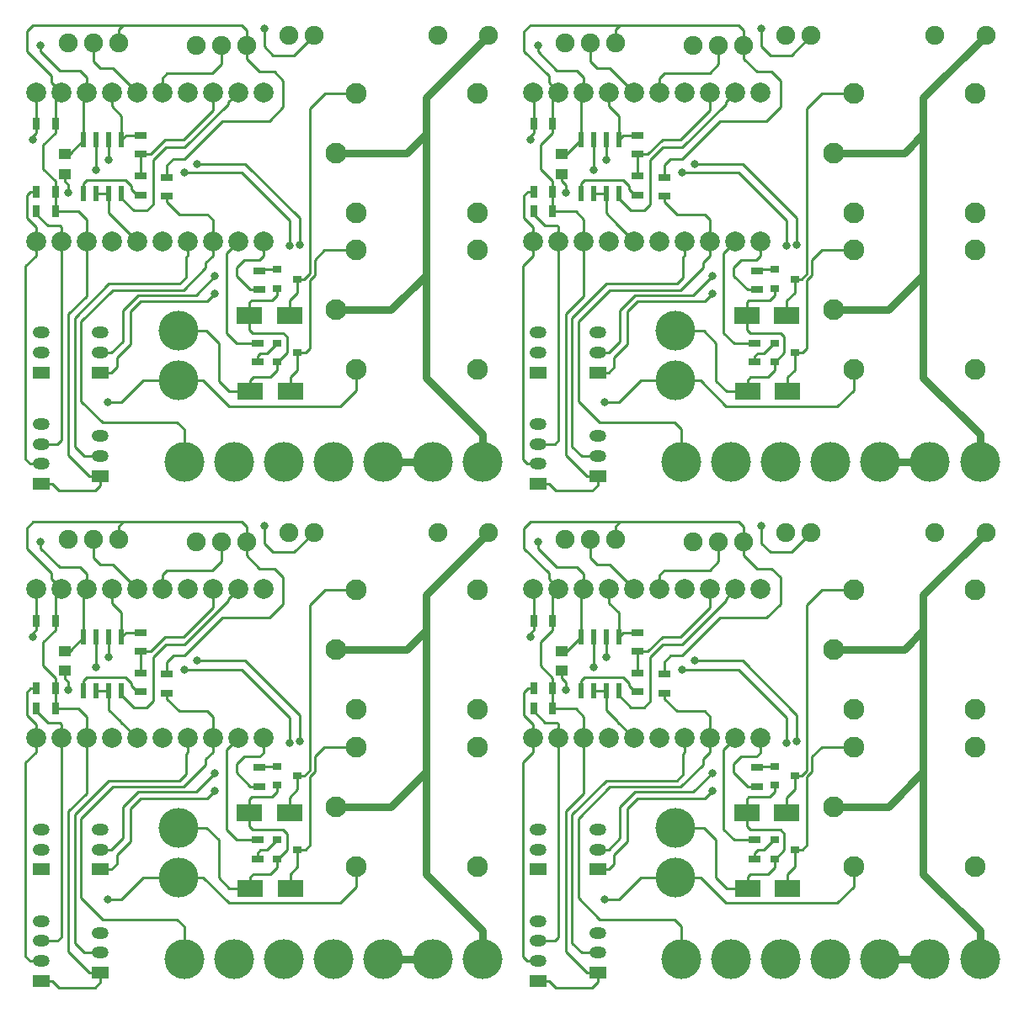
<source format=gtl>
G04 #@! TF.GenerationSoftware,KiCad,Pcbnew,5.0.2-bee76a0~70~ubuntu16.04.1*
G04 #@! TF.CreationDate,2019-11-28T15:24:24+01:00*
G04 #@! TF.ProjectId,Shutter_RF_2x2,53687574-7465-4725-9f52-465f3278322e,rev?*
G04 #@! TF.SameCoordinates,Original*
G04 #@! TF.FileFunction,Copper,L1,Top*
G04 #@! TF.FilePolarity,Positive*
%FSLAX46Y46*%
G04 Gerber Fmt 4.6, Leading zero omitted, Abs format (unit mm)*
G04 Created by KiCad (PCBNEW 5.0.2-bee76a0~70~ubuntu16.04.1) date Thu 28 Nov 2019 03:24:24 PM CET*
%MOMM*%
%LPD*%
G01*
G04 APERTURE LIST*
G04 #@! TA.AperFunction,ComponentPad*
%ADD10C,4.000000*%
G04 #@! TD*
G04 #@! TA.AperFunction,SMDPad,CuDef*
%ADD11R,1.300000X0.700000*%
G04 #@! TD*
G04 #@! TA.AperFunction,SMDPad,CuDef*
%ADD12R,2.500000X1.800000*%
G04 #@! TD*
G04 #@! TA.AperFunction,ComponentPad*
%ADD13C,1.900000*%
G04 #@! TD*
G04 #@! TA.AperFunction,ComponentPad*
%ADD14C,2.098040*%
G04 #@! TD*
G04 #@! TA.AperFunction,SMDPad,CuDef*
%ADD15R,1.250000X1.000000*%
G04 #@! TD*
G04 #@! TA.AperFunction,SMDPad,CuDef*
%ADD16R,0.700000X1.300000*%
G04 #@! TD*
G04 #@! TA.AperFunction,ComponentPad*
%ADD17O,1.700000X1.200000*%
G04 #@! TD*
G04 #@! TA.AperFunction,ComponentPad*
%ADD18R,1.700000X1.200000*%
G04 #@! TD*
G04 #@! TA.AperFunction,SMDPad,CuDef*
%ADD19R,0.900000X0.800000*%
G04 #@! TD*
G04 #@! TA.AperFunction,SMDPad,CuDef*
%ADD20R,0.600000X1.550000*%
G04 #@! TD*
G04 #@! TA.AperFunction,ComponentPad*
%ADD21C,2.000000*%
G04 #@! TD*
G04 #@! TA.AperFunction,ViaPad*
%ADD22C,0.800000*%
G04 #@! TD*
G04 #@! TA.AperFunction,Conductor*
%ADD23C,0.250000*%
G04 #@! TD*
G04 #@! TA.AperFunction,Conductor*
%ADD24C,0.750000*%
G04 #@! TD*
G04 APERTURE END LIST*
D10*
G04 #@! TO.P,J1,1*
G04 #@! TO.N,/L*
X196900000Y-94800000D03*
G04 #@! TO.P,J1,2*
G04 #@! TO.N,/N*
X191900000Y-94800000D03*
G04 #@! TD*
D11*
G04 #@! TO.P,R6,2*
G04 #@! TO.N,/CH2*
X124476000Y-77450000D03*
G04 #@! TO.P,R6,1*
G04 #@! TO.N,Net-(Q2-Pad1)*
X124476000Y-75550000D03*
G04 #@! TD*
D12*
G04 #@! TO.P,D1,1*
G04 #@! TO.N,Net-(D1-Pad1)*
X177576000Y-87700000D03*
G04 #@! TO.P,D1,2*
G04 #@! TO.N,GND*
X173576000Y-87700000D03*
G04 #@! TD*
D13*
G04 #@! TO.P,J4,1*
G04 #@! TO.N,+3V3*
X110300000Y-52627000D03*
G04 #@! TO.P,J4,2*
G04 #@! TO.N,/RF_TX*
X107760000Y-52627000D03*
G04 #@! TO.P,J4,3*
G04 #@! TO.N,GND*
X105220000Y-52627000D03*
G04 #@! TD*
G04 #@! TO.P,J4,3*
G04 #@! TO.N,GND*
X155220000Y-52627000D03*
G04 #@! TO.P,J4,2*
G04 #@! TO.N,/RF_TX*
X157760000Y-52627000D03*
G04 #@! TO.P,J4,1*
G04 #@! TO.N,+3V3*
X160300000Y-52627000D03*
G04 #@! TD*
D14*
G04 #@! TO.P,K1,3*
G04 #@! TO.N,/L*
X132202480Y-79500000D03*
G04 #@! TO.P,K1,2*
G04 #@! TO.N,+5V*
X134201460Y-85499480D03*
G04 #@! TO.P,K1,1*
G04 #@! TO.N,Net-(D1-Pad1)*
X134201460Y-73500520D03*
G04 #@! TO.P,K1,4*
G04 #@! TO.N,Net-(K1-Pad4)*
X146398540Y-85499480D03*
G04 #@! TO.P,K1,5*
G04 #@! TO.N,/L_CH1*
X146398540Y-73500520D03*
G04 #@! TD*
D15*
G04 #@! TO.P,C1,1*
G04 #@! TO.N,+5V*
X154902000Y-63808000D03*
G04 #@! TO.P,C1,2*
G04 #@! TO.N,GND*
X154902000Y-65808000D03*
G04 #@! TD*
D16*
G04 #@! TO.P,R3,2*
G04 #@! TO.N,/SCL*
X102050000Y-69600000D03*
G04 #@! TO.P,R3,1*
G04 #@! TO.N,+3V3*
X103950000Y-69600000D03*
G04 #@! TD*
D11*
G04 #@! TO.P,R7,1*
G04 #@! TO.N,/RX*
X162500000Y-63850000D03*
G04 #@! TO.P,R7,2*
G04 #@! TO.N,GND*
X162500000Y-61950000D03*
G04 #@! TD*
D14*
G04 #@! TO.P,K1,5*
G04 #@! TO.N,/L_CH1*
X196398540Y-73500520D03*
G04 #@! TO.P,K1,4*
G04 #@! TO.N,Net-(K1-Pad4)*
X196398540Y-85499480D03*
G04 #@! TO.P,K1,1*
G04 #@! TO.N,Net-(D1-Pad1)*
X184201460Y-73500520D03*
G04 #@! TO.P,K1,2*
G04 #@! TO.N,+5V*
X184201460Y-85499480D03*
G04 #@! TO.P,K1,3*
G04 #@! TO.N,/L*
X182202480Y-79500000D03*
G04 #@! TD*
D11*
G04 #@! TO.P,R6,1*
G04 #@! TO.N,Net-(Q2-Pad1)*
X174476000Y-75550000D03*
G04 #@! TO.P,R6,2*
G04 #@! TO.N,/CH2*
X174476000Y-77450000D03*
G04 #@! TD*
D13*
G04 #@! TO.P,J3,1*
G04 #@! TO.N,+3V3*
X123176000Y-52868000D03*
G04 #@! TO.P,J3,2*
G04 #@! TO.N,/RF_RX*
X120636000Y-52868000D03*
G04 #@! TO.P,J3,3*
G04 #@! TO.N,GND*
X118096000Y-52868000D03*
G04 #@! TD*
D17*
G04 #@! TO.P,J8,3*
G04 #@! TO.N,GND*
X158500000Y-92200000D03*
G04 #@! TO.P,J8,2*
G04 #@! TO.N,/Pos*
X158500000Y-94200000D03*
D18*
G04 #@! TO.P,J8,1*
G04 #@! TO.N,+3V3*
X158500000Y-96200000D03*
G04 #@! TD*
D13*
G04 #@! TO.P,PS1,7*
G04 #@! TO.N,+5V*
X129950000Y-51900000D03*
G04 #@! TO.P,PS1,5*
G04 #@! TO.N,/L*
X147500000Y-51900000D03*
G04 #@! TO.P,PS1,9*
G04 #@! TO.N,GND*
X127410000Y-51900000D03*
G04 #@! TO.P,PS1,1*
G04 #@! TO.N,/N*
X142400000Y-51900000D03*
G04 #@! TD*
D19*
G04 #@! TO.P,Q1,1*
G04 #@! TO.N,Net-(Q1-Pad1)*
X126276000Y-82850000D03*
G04 #@! TO.P,Q1,2*
G04 #@! TO.N,GND*
X126276000Y-84750000D03*
G04 #@! TO.P,Q1,3*
G04 #@! TO.N,Net-(D1-Pad1)*
X128276000Y-83800000D03*
G04 #@! TD*
D10*
G04 #@! TO.P,J5,1*
G04 #@! TO.N,/Ext_SW*
X116900000Y-94800000D03*
G04 #@! TO.P,J5,2*
G04 #@! TO.N,GND*
X121900000Y-94800000D03*
G04 #@! TD*
D11*
G04 #@! TO.P,R7,2*
G04 #@! TO.N,GND*
X112500000Y-61950000D03*
G04 #@! TO.P,R7,1*
G04 #@! TO.N,/RX*
X112500000Y-63850000D03*
G04 #@! TD*
D19*
G04 #@! TO.P,Q2,1*
G04 #@! TO.N,Net-(Q2-Pad1)*
X176276000Y-75450000D03*
G04 #@! TO.P,Q2,2*
G04 #@! TO.N,GND*
X176276000Y-77350000D03*
G04 #@! TO.P,Q2,3*
G04 #@! TO.N,Net-(D2-Pad1)*
X178276000Y-76400000D03*
G04 #@! TD*
D12*
G04 #@! TO.P,D1,2*
G04 #@! TO.N,GND*
X123576000Y-87700000D03*
G04 #@! TO.P,D1,1*
G04 #@! TO.N,Net-(D1-Pad1)*
X127576000Y-87700000D03*
G04 #@! TD*
D16*
G04 #@! TO.P,R4,1*
G04 #@! TO.N,+3V3*
X103950000Y-67600000D03*
G04 #@! TO.P,R4,2*
G04 #@! TO.N,/SDA*
X102050000Y-67600000D03*
G04 #@! TD*
D17*
G04 #@! TO.P,J9,3*
G04 #@! TO.N,GND*
X102500000Y-81800000D03*
G04 #@! TO.P,J9,2*
G04 #@! TO.N,/Temp*
X102500000Y-83800000D03*
D18*
G04 #@! TO.P,J9,1*
G04 #@! TO.N,+5V*
X102500000Y-85800000D03*
G04 #@! TD*
D13*
G04 #@! TO.P,J3,3*
G04 #@! TO.N,GND*
X168096000Y-52868000D03*
G04 #@! TO.P,J3,2*
G04 #@! TO.N,/RF_RX*
X170636000Y-52868000D03*
G04 #@! TO.P,J3,1*
G04 #@! TO.N,+3V3*
X173176000Y-52868000D03*
G04 #@! TD*
D16*
G04 #@! TO.P,R8,2*
G04 #@! TO.N,/Temp*
X152050000Y-60800000D03*
G04 #@! TO.P,R8,1*
G04 #@! TO.N,+3V3*
X153950000Y-60800000D03*
G04 #@! TD*
D14*
G04 #@! TO.P,K2,5*
G04 #@! TO.N,/L_CH2*
X196398540Y-57700520D03*
G04 #@! TO.P,K2,4*
G04 #@! TO.N,Net-(K2-Pad4)*
X196398540Y-69699480D03*
G04 #@! TO.P,K2,1*
G04 #@! TO.N,Net-(D2-Pad1)*
X184201460Y-57700520D03*
G04 #@! TO.P,K2,2*
G04 #@! TO.N,+5V*
X184201460Y-69699480D03*
G04 #@! TO.P,K2,3*
G04 #@! TO.N,/L*
X182202480Y-63700000D03*
G04 #@! TD*
D15*
G04 #@! TO.P,C1,2*
G04 #@! TO.N,GND*
X104902000Y-65808000D03*
G04 #@! TO.P,C1,1*
G04 #@! TO.N,+5V*
X104902000Y-63808000D03*
G04 #@! TD*
D13*
G04 #@! TO.P,PS1,1*
G04 #@! TO.N,/N*
X192400000Y-51900000D03*
G04 #@! TO.P,PS1,9*
G04 #@! TO.N,GND*
X177410000Y-51900000D03*
G04 #@! TO.P,PS1,5*
G04 #@! TO.N,/L*
X197500000Y-51900000D03*
G04 #@! TO.P,PS1,7*
G04 #@! TO.N,+5V*
X179950000Y-51900000D03*
G04 #@! TD*
D18*
G04 #@! TO.P,J9,1*
G04 #@! TO.N,+5V*
X152500000Y-85800000D03*
D17*
G04 #@! TO.P,J9,2*
G04 #@! TO.N,/Temp*
X152500000Y-83800000D03*
G04 #@! TO.P,J9,3*
G04 #@! TO.N,GND*
X152500000Y-81800000D03*
G04 #@! TD*
D11*
G04 #@! TO.P,R1,2*
G04 #@! TO.N,/Ext_SW*
X165189000Y-68044000D03*
G04 #@! TO.P,R1,1*
G04 #@! TO.N,+3V3*
X165189000Y-66144000D03*
G04 #@! TD*
D16*
G04 #@! TO.P,R8,1*
G04 #@! TO.N,+3V3*
X103950000Y-60800000D03*
G04 #@! TO.P,R8,2*
G04 #@! TO.N,/Temp*
X102050000Y-60800000D03*
G04 #@! TD*
D10*
G04 #@! TO.P,J5,2*
G04 #@! TO.N,GND*
X171900000Y-94800000D03*
G04 #@! TO.P,J5,1*
G04 #@! TO.N,/Ext_SW*
X166900000Y-94800000D03*
G04 #@! TD*
D20*
G04 #@! TO.P,U1,1*
G04 #@! TO.N,Net-(R5-Pad1)*
X156795000Y-67800000D03*
G04 #@! TO.P,U1,2*
G04 #@! TO.N,/DE*
X158065000Y-67800000D03*
G04 #@! TO.P,U1,3*
X159335000Y-67800000D03*
G04 #@! TO.P,U1,4*
G04 #@! TO.N,/TX*
X160605000Y-67800000D03*
G04 #@! TO.P,U1,5*
G04 #@! TO.N,GND*
X160605000Y-62400000D03*
G04 #@! TO.P,U1,6*
G04 #@! TO.N,/A*
X159335000Y-62400000D03*
G04 #@! TO.P,U1,7*
G04 #@! TO.N,/B*
X158065000Y-62400000D03*
G04 #@! TO.P,U1,8*
G04 #@! TO.N,+5V*
X156795000Y-62400000D03*
G04 #@! TD*
D10*
G04 #@! TO.P,J2,1*
G04 #@! TO.N,/N*
X186900000Y-94800000D03*
G04 #@! TO.P,J2,2*
G04 #@! TO.N,/L_CH1*
X181900000Y-94800000D03*
G04 #@! TO.P,J2,3*
G04 #@! TO.N,/L_CH2*
X176900000Y-94800000D03*
G04 #@! TD*
D21*
G04 #@! TO.P,M1,20*
G04 #@! TO.N,/SDA*
X152009750Y-72598118D03*
G04 #@! TO.P,M1,1*
G04 #@! TO.N,/Temp*
X152009750Y-57598118D03*
G04 #@! TO.P,M1,19*
G04 #@! TO.N,/SCL*
X154549750Y-72598118D03*
G04 #@! TO.P,M1,2*
G04 #@! TO.N,+3V3*
X154549750Y-57598118D03*
G04 #@! TO.P,M1,18*
X157089750Y-72598118D03*
G04 #@! TO.P,M1,3*
G04 #@! TO.N,+5V*
X157089750Y-57598118D03*
G04 #@! TO.P,M1,17*
G04 #@! TO.N,Net-(M1-Pad17)*
X159629750Y-72598118D03*
G04 #@! TO.P,M1,4*
G04 #@! TO.N,GND*
X159629750Y-57598118D03*
G04 #@! TO.P,M1,16*
G04 #@! TO.N,/DE*
X162169750Y-72598118D03*
G04 #@! TO.P,M1,5*
G04 #@! TO.N,/RF_TX*
X162169750Y-57598118D03*
G04 #@! TO.P,M1,15*
G04 #@! TO.N,Net-(M1-Pad15)*
X164709750Y-72598118D03*
G04 #@! TO.P,M1,6*
G04 #@! TO.N,/RF_RX*
X164709750Y-57598118D03*
G04 #@! TO.P,M1,14*
G04 #@! TO.N,/Pos*
X167249750Y-72598118D03*
G04 #@! TO.P,M1,7*
G04 #@! TO.N,Net-(M1-Pad7)*
X167249750Y-57598118D03*
G04 #@! TO.P,M1,13*
G04 #@! TO.N,/Ext_SW*
X169789750Y-72598118D03*
G04 #@! TO.P,M1,8*
G04 #@! TO.N,/RX*
X169789750Y-57598118D03*
G04 #@! TO.P,M1,12*
G04 #@! TO.N,/CH1*
X172329750Y-72598118D03*
G04 #@! TO.P,M1,9*
G04 #@! TO.N,/TX*
X172329750Y-57598118D03*
G04 #@! TO.P,M1,11*
G04 #@! TO.N,/CH2*
X174869750Y-72598118D03*
G04 #@! TO.P,M1,10*
G04 #@! TO.N,Net-(M1-Pad10)*
X174869750Y-57598118D03*
G04 #@! TD*
D14*
G04 #@! TO.P,K2,3*
G04 #@! TO.N,/L*
X132202480Y-63700000D03*
G04 #@! TO.P,K2,2*
G04 #@! TO.N,+5V*
X134201460Y-69699480D03*
G04 #@! TO.P,K2,1*
G04 #@! TO.N,Net-(D2-Pad1)*
X134201460Y-57700520D03*
G04 #@! TO.P,K2,4*
G04 #@! TO.N,Net-(K2-Pad4)*
X146398540Y-69699480D03*
G04 #@! TO.P,K2,5*
G04 #@! TO.N,/L_CH2*
X146398540Y-57700520D03*
G04 #@! TD*
D11*
G04 #@! TO.P,R5,1*
G04 #@! TO.N,Net-(R5-Pad1)*
X162500000Y-67950000D03*
G04 #@! TO.P,R5,2*
G04 #@! TO.N,/RX*
X162500000Y-66050000D03*
G04 #@! TD*
D16*
G04 #@! TO.P,R3,1*
G04 #@! TO.N,+3V3*
X153950000Y-69600000D03*
G04 #@! TO.P,R3,2*
G04 #@! TO.N,/SCL*
X152050000Y-69600000D03*
G04 #@! TD*
D12*
G04 #@! TO.P,D2,2*
G04 #@! TO.N,GND*
X173476000Y-80100000D03*
G04 #@! TO.P,D2,1*
G04 #@! TO.N,Net-(D2-Pad1)*
X177476000Y-80100000D03*
G04 #@! TD*
D16*
G04 #@! TO.P,R4,2*
G04 #@! TO.N,/SDA*
X152050000Y-67600000D03*
G04 #@! TO.P,R4,1*
G04 #@! TO.N,+3V3*
X153950000Y-67600000D03*
G04 #@! TD*
D19*
G04 #@! TO.P,Q2,3*
G04 #@! TO.N,Net-(D2-Pad1)*
X128276000Y-76400000D03*
G04 #@! TO.P,Q2,2*
G04 #@! TO.N,GND*
X126276000Y-77350000D03*
G04 #@! TO.P,Q2,1*
G04 #@! TO.N,Net-(Q2-Pad1)*
X126276000Y-75450000D03*
G04 #@! TD*
D18*
G04 #@! TO.P,J7,1*
G04 #@! TO.N,/A*
X158500000Y-85800000D03*
D17*
G04 #@! TO.P,J7,2*
G04 #@! TO.N,/B*
X158500000Y-83800000D03*
G04 #@! TO.P,J7,3*
G04 #@! TO.N,GND*
X158500000Y-81800000D03*
G04 #@! TD*
D19*
G04 #@! TO.P,Q1,3*
G04 #@! TO.N,Net-(D1-Pad1)*
X178276000Y-83800000D03*
G04 #@! TO.P,Q1,2*
G04 #@! TO.N,GND*
X176276000Y-84750000D03*
G04 #@! TO.P,Q1,1*
G04 #@! TO.N,Net-(Q1-Pad1)*
X176276000Y-82850000D03*
G04 #@! TD*
D20*
G04 #@! TO.P,U1,8*
G04 #@! TO.N,+5V*
X106795000Y-62400000D03*
G04 #@! TO.P,U1,7*
G04 #@! TO.N,/B*
X108065000Y-62400000D03*
G04 #@! TO.P,U1,6*
G04 #@! TO.N,/A*
X109335000Y-62400000D03*
G04 #@! TO.P,U1,5*
G04 #@! TO.N,GND*
X110605000Y-62400000D03*
G04 #@! TO.P,U1,4*
G04 #@! TO.N,/TX*
X110605000Y-67800000D03*
G04 #@! TO.P,U1,3*
G04 #@! TO.N,/DE*
X109335000Y-67800000D03*
G04 #@! TO.P,U1,2*
X108065000Y-67800000D03*
G04 #@! TO.P,U1,1*
G04 #@! TO.N,Net-(R5-Pad1)*
X106795000Y-67800000D03*
G04 #@! TD*
D17*
G04 #@! TO.P,J6,4*
G04 #@! TO.N,GND*
X102500000Y-91000000D03*
G04 #@! TO.P,J6,3*
G04 #@! TO.N,/SCL*
X102500000Y-93000000D03*
G04 #@! TO.P,J6,2*
G04 #@! TO.N,/SDA*
X102500000Y-95000000D03*
D18*
G04 #@! TO.P,J6,1*
G04 #@! TO.N,+3V3*
X102500000Y-97000000D03*
G04 #@! TD*
D11*
G04 #@! TO.P,R1,1*
G04 #@! TO.N,+3V3*
X115189000Y-66144000D03*
G04 #@! TO.P,R1,2*
G04 #@! TO.N,/Ext_SW*
X115189000Y-68044000D03*
G04 #@! TD*
G04 #@! TO.P,R5,2*
G04 #@! TO.N,/RX*
X112500000Y-66050000D03*
G04 #@! TO.P,R5,1*
G04 #@! TO.N,Net-(R5-Pad1)*
X112500000Y-67950000D03*
G04 #@! TD*
D12*
G04 #@! TO.P,D2,1*
G04 #@! TO.N,Net-(D2-Pad1)*
X127476000Y-80100000D03*
G04 #@! TO.P,D2,2*
G04 #@! TO.N,GND*
X123476000Y-80100000D03*
G04 #@! TD*
D11*
G04 #@! TO.P,R2,2*
G04 #@! TO.N,/CH1*
X174276000Y-82850000D03*
G04 #@! TO.P,R2,1*
G04 #@! TO.N,Net-(Q1-Pad1)*
X174276000Y-84750000D03*
G04 #@! TD*
D18*
G04 #@! TO.P,J6,1*
G04 #@! TO.N,+3V3*
X152500000Y-97000000D03*
D17*
G04 #@! TO.P,J6,2*
G04 #@! TO.N,/SDA*
X152500000Y-95000000D03*
G04 #@! TO.P,J6,3*
G04 #@! TO.N,/SCL*
X152500000Y-93000000D03*
G04 #@! TO.P,J6,4*
G04 #@! TO.N,GND*
X152500000Y-91000000D03*
G04 #@! TD*
D10*
G04 #@! TO.P,J2,3*
G04 #@! TO.N,/L_CH2*
X126900000Y-94800000D03*
G04 #@! TO.P,J2,2*
G04 #@! TO.N,/L_CH1*
X131900000Y-94800000D03*
G04 #@! TO.P,J2,1*
G04 #@! TO.N,/N*
X136900000Y-94800000D03*
G04 #@! TD*
G04 #@! TO.P,J10,2*
G04 #@! TO.N,GND*
X116332000Y-81612000D03*
G04 #@! TO.P,J10,1*
G04 #@! TO.N,+5V*
X116332000Y-86612000D03*
G04 #@! TD*
G04 #@! TO.P,J10,1*
G04 #@! TO.N,+5V*
X166332000Y-86612000D03*
G04 #@! TO.P,J10,2*
G04 #@! TO.N,GND*
X166332000Y-81612000D03*
G04 #@! TD*
D11*
G04 #@! TO.P,R2,1*
G04 #@! TO.N,Net-(Q1-Pad1)*
X124276000Y-84750000D03*
G04 #@! TO.P,R2,2*
G04 #@! TO.N,/CH1*
X124276000Y-82850000D03*
G04 #@! TD*
D10*
G04 #@! TO.P,J1,2*
G04 #@! TO.N,/N*
X141900000Y-94800000D03*
G04 #@! TO.P,J1,1*
G04 #@! TO.N,/L*
X146900000Y-94800000D03*
G04 #@! TD*
D18*
G04 #@! TO.P,J8,1*
G04 #@! TO.N,+3V3*
X108500000Y-96200000D03*
D17*
G04 #@! TO.P,J8,2*
G04 #@! TO.N,/Pos*
X108500000Y-94200000D03*
G04 #@! TO.P,J8,3*
G04 #@! TO.N,GND*
X108500000Y-92200000D03*
G04 #@! TD*
D21*
G04 #@! TO.P,M1,10*
G04 #@! TO.N,Net-(M1-Pad10)*
X124869750Y-57598118D03*
G04 #@! TO.P,M1,11*
G04 #@! TO.N,/CH2*
X124869750Y-72598118D03*
G04 #@! TO.P,M1,9*
G04 #@! TO.N,/TX*
X122329750Y-57598118D03*
G04 #@! TO.P,M1,12*
G04 #@! TO.N,/CH1*
X122329750Y-72598118D03*
G04 #@! TO.P,M1,8*
G04 #@! TO.N,/RX*
X119789750Y-57598118D03*
G04 #@! TO.P,M1,13*
G04 #@! TO.N,/Ext_SW*
X119789750Y-72598118D03*
G04 #@! TO.P,M1,7*
G04 #@! TO.N,Net-(M1-Pad7)*
X117249750Y-57598118D03*
G04 #@! TO.P,M1,14*
G04 #@! TO.N,/Pos*
X117249750Y-72598118D03*
G04 #@! TO.P,M1,6*
G04 #@! TO.N,/RF_RX*
X114709750Y-57598118D03*
G04 #@! TO.P,M1,15*
G04 #@! TO.N,Net-(M1-Pad15)*
X114709750Y-72598118D03*
G04 #@! TO.P,M1,5*
G04 #@! TO.N,/RF_TX*
X112169750Y-57598118D03*
G04 #@! TO.P,M1,16*
G04 #@! TO.N,/DE*
X112169750Y-72598118D03*
G04 #@! TO.P,M1,4*
G04 #@! TO.N,GND*
X109629750Y-57598118D03*
G04 #@! TO.P,M1,17*
G04 #@! TO.N,Net-(M1-Pad17)*
X109629750Y-72598118D03*
G04 #@! TO.P,M1,3*
G04 #@! TO.N,+5V*
X107089750Y-57598118D03*
G04 #@! TO.P,M1,18*
G04 #@! TO.N,+3V3*
X107089750Y-72598118D03*
G04 #@! TO.P,M1,2*
X104549750Y-57598118D03*
G04 #@! TO.P,M1,19*
G04 #@! TO.N,/SCL*
X104549750Y-72598118D03*
G04 #@! TO.P,M1,1*
G04 #@! TO.N,/Temp*
X102009750Y-57598118D03*
G04 #@! TO.P,M1,20*
G04 #@! TO.N,/SDA*
X102009750Y-72598118D03*
G04 #@! TD*
D17*
G04 #@! TO.P,J7,3*
G04 #@! TO.N,GND*
X108500000Y-81800000D03*
G04 #@! TO.P,J7,2*
G04 #@! TO.N,/B*
X108500000Y-83800000D03*
D18*
G04 #@! TO.P,J7,1*
G04 #@! TO.N,/A*
X108500000Y-85800000D03*
G04 #@! TD*
D11*
G04 #@! TO.P,R6,2*
G04 #@! TO.N,/CH2*
X174476000Y-127450000D03*
G04 #@! TO.P,R6,1*
G04 #@! TO.N,Net-(Q2-Pad1)*
X174476000Y-125550000D03*
G04 #@! TD*
D13*
G04 #@! TO.P,J4,1*
G04 #@! TO.N,+3V3*
X160300000Y-102627000D03*
G04 #@! TO.P,J4,2*
G04 #@! TO.N,/RF_TX*
X157760000Y-102627000D03*
G04 #@! TO.P,J4,3*
G04 #@! TO.N,GND*
X155220000Y-102627000D03*
G04 #@! TD*
D14*
G04 #@! TO.P,K1,3*
G04 #@! TO.N,/L*
X182202480Y-129500000D03*
G04 #@! TO.P,K1,2*
G04 #@! TO.N,+5V*
X184201460Y-135499480D03*
G04 #@! TO.P,K1,1*
G04 #@! TO.N,Net-(D1-Pad1)*
X184201460Y-123500520D03*
G04 #@! TO.P,K1,4*
G04 #@! TO.N,Net-(K1-Pad4)*
X196398540Y-135499480D03*
G04 #@! TO.P,K1,5*
G04 #@! TO.N,/L_CH1*
X196398540Y-123500520D03*
G04 #@! TD*
D16*
G04 #@! TO.P,R3,2*
G04 #@! TO.N,/SCL*
X152050000Y-119600000D03*
G04 #@! TO.P,R3,1*
G04 #@! TO.N,+3V3*
X153950000Y-119600000D03*
G04 #@! TD*
D13*
G04 #@! TO.P,J3,1*
G04 #@! TO.N,+3V3*
X173176000Y-102868000D03*
G04 #@! TO.P,J3,2*
G04 #@! TO.N,/RF_RX*
X170636000Y-102868000D03*
G04 #@! TO.P,J3,3*
G04 #@! TO.N,GND*
X168096000Y-102868000D03*
G04 #@! TD*
G04 #@! TO.P,PS1,7*
G04 #@! TO.N,+5V*
X179950000Y-101900000D03*
G04 #@! TO.P,PS1,5*
G04 #@! TO.N,/L*
X197500000Y-101900000D03*
G04 #@! TO.P,PS1,9*
G04 #@! TO.N,GND*
X177410000Y-101900000D03*
G04 #@! TO.P,PS1,1*
G04 #@! TO.N,/N*
X192400000Y-101900000D03*
G04 #@! TD*
D19*
G04 #@! TO.P,Q1,1*
G04 #@! TO.N,Net-(Q1-Pad1)*
X176276000Y-132850000D03*
G04 #@! TO.P,Q1,2*
G04 #@! TO.N,GND*
X176276000Y-134750000D03*
G04 #@! TO.P,Q1,3*
G04 #@! TO.N,Net-(D1-Pad1)*
X178276000Y-133800000D03*
G04 #@! TD*
D10*
G04 #@! TO.P,J5,1*
G04 #@! TO.N,/Ext_SW*
X166900000Y-144800000D03*
G04 #@! TO.P,J5,2*
G04 #@! TO.N,GND*
X171900000Y-144800000D03*
G04 #@! TD*
D11*
G04 #@! TO.P,R7,2*
G04 #@! TO.N,GND*
X162500000Y-111950000D03*
G04 #@! TO.P,R7,1*
G04 #@! TO.N,/RX*
X162500000Y-113850000D03*
G04 #@! TD*
D12*
G04 #@! TO.P,D1,2*
G04 #@! TO.N,GND*
X173576000Y-137700000D03*
G04 #@! TO.P,D1,1*
G04 #@! TO.N,Net-(D1-Pad1)*
X177576000Y-137700000D03*
G04 #@! TD*
D16*
G04 #@! TO.P,R4,1*
G04 #@! TO.N,+3V3*
X153950000Y-117600000D03*
G04 #@! TO.P,R4,2*
G04 #@! TO.N,/SDA*
X152050000Y-117600000D03*
G04 #@! TD*
D17*
G04 #@! TO.P,J9,3*
G04 #@! TO.N,GND*
X152500000Y-131800000D03*
G04 #@! TO.P,J9,2*
G04 #@! TO.N,/Temp*
X152500000Y-133800000D03*
D18*
G04 #@! TO.P,J9,1*
G04 #@! TO.N,+5V*
X152500000Y-135800000D03*
G04 #@! TD*
D15*
G04 #@! TO.P,C1,2*
G04 #@! TO.N,GND*
X154902000Y-115808000D03*
G04 #@! TO.P,C1,1*
G04 #@! TO.N,+5V*
X154902000Y-113808000D03*
G04 #@! TD*
D16*
G04 #@! TO.P,R8,1*
G04 #@! TO.N,+3V3*
X153950000Y-110800000D03*
G04 #@! TO.P,R8,2*
G04 #@! TO.N,/Temp*
X152050000Y-110800000D03*
G04 #@! TD*
D14*
G04 #@! TO.P,K2,3*
G04 #@! TO.N,/L*
X182202480Y-113700000D03*
G04 #@! TO.P,K2,2*
G04 #@! TO.N,+5V*
X184201460Y-119699480D03*
G04 #@! TO.P,K2,1*
G04 #@! TO.N,Net-(D2-Pad1)*
X184201460Y-107700520D03*
G04 #@! TO.P,K2,4*
G04 #@! TO.N,Net-(K2-Pad4)*
X196398540Y-119699480D03*
G04 #@! TO.P,K2,5*
G04 #@! TO.N,/L_CH2*
X196398540Y-107700520D03*
G04 #@! TD*
D19*
G04 #@! TO.P,Q2,3*
G04 #@! TO.N,Net-(D2-Pad1)*
X178276000Y-126400000D03*
G04 #@! TO.P,Q2,2*
G04 #@! TO.N,GND*
X176276000Y-127350000D03*
G04 #@! TO.P,Q2,1*
G04 #@! TO.N,Net-(Q2-Pad1)*
X176276000Y-125450000D03*
G04 #@! TD*
D20*
G04 #@! TO.P,U1,8*
G04 #@! TO.N,+5V*
X156795000Y-112400000D03*
G04 #@! TO.P,U1,7*
G04 #@! TO.N,/B*
X158065000Y-112400000D03*
G04 #@! TO.P,U1,6*
G04 #@! TO.N,/A*
X159335000Y-112400000D03*
G04 #@! TO.P,U1,5*
G04 #@! TO.N,GND*
X160605000Y-112400000D03*
G04 #@! TO.P,U1,4*
G04 #@! TO.N,/TX*
X160605000Y-117800000D03*
G04 #@! TO.P,U1,3*
G04 #@! TO.N,/DE*
X159335000Y-117800000D03*
G04 #@! TO.P,U1,2*
X158065000Y-117800000D03*
G04 #@! TO.P,U1,1*
G04 #@! TO.N,Net-(R5-Pad1)*
X156795000Y-117800000D03*
G04 #@! TD*
D17*
G04 #@! TO.P,J6,4*
G04 #@! TO.N,GND*
X152500000Y-141000000D03*
G04 #@! TO.P,J6,3*
G04 #@! TO.N,/SCL*
X152500000Y-143000000D03*
G04 #@! TO.P,J6,2*
G04 #@! TO.N,/SDA*
X152500000Y-145000000D03*
D18*
G04 #@! TO.P,J6,1*
G04 #@! TO.N,+3V3*
X152500000Y-147000000D03*
G04 #@! TD*
D11*
G04 #@! TO.P,R1,1*
G04 #@! TO.N,+3V3*
X165189000Y-116144000D03*
G04 #@! TO.P,R1,2*
G04 #@! TO.N,/Ext_SW*
X165189000Y-118044000D03*
G04 #@! TD*
G04 #@! TO.P,R5,2*
G04 #@! TO.N,/RX*
X162500000Y-116050000D03*
G04 #@! TO.P,R5,1*
G04 #@! TO.N,Net-(R5-Pad1)*
X162500000Y-117950000D03*
G04 #@! TD*
D12*
G04 #@! TO.P,D2,1*
G04 #@! TO.N,Net-(D2-Pad1)*
X177476000Y-130100000D03*
G04 #@! TO.P,D2,2*
G04 #@! TO.N,GND*
X173476000Y-130100000D03*
G04 #@! TD*
D10*
G04 #@! TO.P,J2,3*
G04 #@! TO.N,/L_CH2*
X176900000Y-144800000D03*
G04 #@! TO.P,J2,2*
G04 #@! TO.N,/L_CH1*
X181900000Y-144800000D03*
G04 #@! TO.P,J2,1*
G04 #@! TO.N,/N*
X186900000Y-144800000D03*
G04 #@! TD*
G04 #@! TO.P,J10,2*
G04 #@! TO.N,GND*
X166332000Y-131612000D03*
G04 #@! TO.P,J10,1*
G04 #@! TO.N,+5V*
X166332000Y-136612000D03*
G04 #@! TD*
D11*
G04 #@! TO.P,R2,1*
G04 #@! TO.N,Net-(Q1-Pad1)*
X174276000Y-134750000D03*
G04 #@! TO.P,R2,2*
G04 #@! TO.N,/CH1*
X174276000Y-132850000D03*
G04 #@! TD*
D10*
G04 #@! TO.P,J1,2*
G04 #@! TO.N,/N*
X191900000Y-144800000D03*
G04 #@! TO.P,J1,1*
G04 #@! TO.N,/L*
X196900000Y-144800000D03*
G04 #@! TD*
D18*
G04 #@! TO.P,J8,1*
G04 #@! TO.N,+3V3*
X158500000Y-146200000D03*
D17*
G04 #@! TO.P,J8,2*
G04 #@! TO.N,/Pos*
X158500000Y-144200000D03*
G04 #@! TO.P,J8,3*
G04 #@! TO.N,GND*
X158500000Y-142200000D03*
G04 #@! TD*
D21*
G04 #@! TO.P,M1,10*
G04 #@! TO.N,Net-(M1-Pad10)*
X174869750Y-107598118D03*
G04 #@! TO.P,M1,11*
G04 #@! TO.N,/CH2*
X174869750Y-122598118D03*
G04 #@! TO.P,M1,9*
G04 #@! TO.N,/TX*
X172329750Y-107598118D03*
G04 #@! TO.P,M1,12*
G04 #@! TO.N,/CH1*
X172329750Y-122598118D03*
G04 #@! TO.P,M1,8*
G04 #@! TO.N,/RX*
X169789750Y-107598118D03*
G04 #@! TO.P,M1,13*
G04 #@! TO.N,/Ext_SW*
X169789750Y-122598118D03*
G04 #@! TO.P,M1,7*
G04 #@! TO.N,Net-(M1-Pad7)*
X167249750Y-107598118D03*
G04 #@! TO.P,M1,14*
G04 #@! TO.N,/Pos*
X167249750Y-122598118D03*
G04 #@! TO.P,M1,6*
G04 #@! TO.N,/RF_RX*
X164709750Y-107598118D03*
G04 #@! TO.P,M1,15*
G04 #@! TO.N,Net-(M1-Pad15)*
X164709750Y-122598118D03*
G04 #@! TO.P,M1,5*
G04 #@! TO.N,/RF_TX*
X162169750Y-107598118D03*
G04 #@! TO.P,M1,16*
G04 #@! TO.N,/DE*
X162169750Y-122598118D03*
G04 #@! TO.P,M1,4*
G04 #@! TO.N,GND*
X159629750Y-107598118D03*
G04 #@! TO.P,M1,17*
G04 #@! TO.N,Net-(M1-Pad17)*
X159629750Y-122598118D03*
G04 #@! TO.P,M1,3*
G04 #@! TO.N,+5V*
X157089750Y-107598118D03*
G04 #@! TO.P,M1,18*
G04 #@! TO.N,+3V3*
X157089750Y-122598118D03*
G04 #@! TO.P,M1,2*
X154549750Y-107598118D03*
G04 #@! TO.P,M1,19*
G04 #@! TO.N,/SCL*
X154549750Y-122598118D03*
G04 #@! TO.P,M1,1*
G04 #@! TO.N,/Temp*
X152009750Y-107598118D03*
G04 #@! TO.P,M1,20*
G04 #@! TO.N,/SDA*
X152009750Y-122598118D03*
G04 #@! TD*
D17*
G04 #@! TO.P,J7,3*
G04 #@! TO.N,GND*
X158500000Y-131800000D03*
G04 #@! TO.P,J7,2*
G04 #@! TO.N,/B*
X158500000Y-133800000D03*
D18*
G04 #@! TO.P,J7,1*
G04 #@! TO.N,/A*
X158500000Y-135800000D03*
G04 #@! TD*
D14*
G04 #@! TO.P,K1,5*
G04 #@! TO.N,/L_CH1*
X146398540Y-123500520D03*
G04 #@! TO.P,K1,4*
G04 #@! TO.N,Net-(K1-Pad4)*
X146398540Y-135499480D03*
G04 #@! TO.P,K1,1*
G04 #@! TO.N,Net-(D1-Pad1)*
X134201460Y-123500520D03*
G04 #@! TO.P,K1,2*
G04 #@! TO.N,+5V*
X134201460Y-135499480D03*
G04 #@! TO.P,K1,3*
G04 #@! TO.N,/L*
X132202480Y-129500000D03*
G04 #@! TD*
G04 #@! TO.P,K2,5*
G04 #@! TO.N,/L_CH2*
X146398540Y-107700520D03*
G04 #@! TO.P,K2,4*
G04 #@! TO.N,Net-(K2-Pad4)*
X146398540Y-119699480D03*
G04 #@! TO.P,K2,1*
G04 #@! TO.N,Net-(D2-Pad1)*
X134201460Y-107700520D03*
G04 #@! TO.P,K2,2*
G04 #@! TO.N,+5V*
X134201460Y-119699480D03*
G04 #@! TO.P,K2,3*
G04 #@! TO.N,/L*
X132202480Y-113700000D03*
G04 #@! TD*
D13*
G04 #@! TO.P,PS1,1*
G04 #@! TO.N,/N*
X142400000Y-101900000D03*
G04 #@! TO.P,PS1,9*
G04 #@! TO.N,GND*
X127410000Y-101900000D03*
G04 #@! TO.P,PS1,5*
G04 #@! TO.N,/L*
X147500000Y-101900000D03*
G04 #@! TO.P,PS1,7*
G04 #@! TO.N,+5V*
X129950000Y-101900000D03*
G04 #@! TD*
G04 #@! TO.P,J3,3*
G04 #@! TO.N,GND*
X118096000Y-102868000D03*
G04 #@! TO.P,J3,2*
G04 #@! TO.N,/RF_RX*
X120636000Y-102868000D03*
G04 #@! TO.P,J3,1*
G04 #@! TO.N,+3V3*
X123176000Y-102868000D03*
G04 #@! TD*
D21*
G04 #@! TO.P,M1,20*
G04 #@! TO.N,/SDA*
X102009750Y-122598118D03*
G04 #@! TO.P,M1,1*
G04 #@! TO.N,/Temp*
X102009750Y-107598118D03*
G04 #@! TO.P,M1,19*
G04 #@! TO.N,/SCL*
X104549750Y-122598118D03*
G04 #@! TO.P,M1,2*
G04 #@! TO.N,+3V3*
X104549750Y-107598118D03*
G04 #@! TO.P,M1,18*
X107089750Y-122598118D03*
G04 #@! TO.P,M1,3*
G04 #@! TO.N,+5V*
X107089750Y-107598118D03*
G04 #@! TO.P,M1,17*
G04 #@! TO.N,Net-(M1-Pad17)*
X109629750Y-122598118D03*
G04 #@! TO.P,M1,4*
G04 #@! TO.N,GND*
X109629750Y-107598118D03*
G04 #@! TO.P,M1,16*
G04 #@! TO.N,/DE*
X112169750Y-122598118D03*
G04 #@! TO.P,M1,5*
G04 #@! TO.N,/RF_TX*
X112169750Y-107598118D03*
G04 #@! TO.P,M1,15*
G04 #@! TO.N,Net-(M1-Pad15)*
X114709750Y-122598118D03*
G04 #@! TO.P,M1,6*
G04 #@! TO.N,/RF_RX*
X114709750Y-107598118D03*
G04 #@! TO.P,M1,14*
G04 #@! TO.N,/Pos*
X117249750Y-122598118D03*
G04 #@! TO.P,M1,7*
G04 #@! TO.N,Net-(M1-Pad7)*
X117249750Y-107598118D03*
G04 #@! TO.P,M1,13*
G04 #@! TO.N,/Ext_SW*
X119789750Y-122598118D03*
G04 #@! TO.P,M1,8*
G04 #@! TO.N,/RX*
X119789750Y-107598118D03*
G04 #@! TO.P,M1,12*
G04 #@! TO.N,/CH1*
X122329750Y-122598118D03*
G04 #@! TO.P,M1,9*
G04 #@! TO.N,/TX*
X122329750Y-107598118D03*
G04 #@! TO.P,M1,11*
G04 #@! TO.N,/CH2*
X124869750Y-122598118D03*
G04 #@! TO.P,M1,10*
G04 #@! TO.N,Net-(M1-Pad10)*
X124869750Y-107598118D03*
G04 #@! TD*
D13*
G04 #@! TO.P,J4,3*
G04 #@! TO.N,GND*
X105220000Y-102627000D03*
G04 #@! TO.P,J4,2*
G04 #@! TO.N,/RF_TX*
X107760000Y-102627000D03*
G04 #@! TO.P,J4,1*
G04 #@! TO.N,+3V3*
X110300000Y-102627000D03*
G04 #@! TD*
D15*
G04 #@! TO.P,C1,1*
G04 #@! TO.N,+5V*
X104902000Y-113808000D03*
G04 #@! TO.P,C1,2*
G04 #@! TO.N,GND*
X104902000Y-115808000D03*
G04 #@! TD*
D12*
G04 #@! TO.P,D1,1*
G04 #@! TO.N,Net-(D1-Pad1)*
X127576000Y-137700000D03*
G04 #@! TO.P,D1,2*
G04 #@! TO.N,GND*
X123576000Y-137700000D03*
G04 #@! TD*
G04 #@! TO.P,D2,2*
G04 #@! TO.N,GND*
X123476000Y-130100000D03*
G04 #@! TO.P,D2,1*
G04 #@! TO.N,Net-(D2-Pad1)*
X127476000Y-130100000D03*
G04 #@! TD*
D18*
G04 #@! TO.P,J6,1*
G04 #@! TO.N,+3V3*
X102500000Y-147000000D03*
D17*
G04 #@! TO.P,J6,2*
G04 #@! TO.N,/SDA*
X102500000Y-145000000D03*
G04 #@! TO.P,J6,3*
G04 #@! TO.N,/SCL*
X102500000Y-143000000D03*
G04 #@! TO.P,J6,4*
G04 #@! TO.N,GND*
X102500000Y-141000000D03*
G04 #@! TD*
D18*
G04 #@! TO.P,J7,1*
G04 #@! TO.N,/A*
X108500000Y-135800000D03*
D17*
G04 #@! TO.P,J7,2*
G04 #@! TO.N,/B*
X108500000Y-133800000D03*
G04 #@! TO.P,J7,3*
G04 #@! TO.N,GND*
X108500000Y-131800000D03*
G04 #@! TD*
G04 #@! TO.P,J8,3*
G04 #@! TO.N,GND*
X108500000Y-142200000D03*
G04 #@! TO.P,J8,2*
G04 #@! TO.N,/Pos*
X108500000Y-144200000D03*
D18*
G04 #@! TO.P,J8,1*
G04 #@! TO.N,+3V3*
X108500000Y-146200000D03*
G04 #@! TD*
G04 #@! TO.P,J9,1*
G04 #@! TO.N,+5V*
X102500000Y-135800000D03*
D17*
G04 #@! TO.P,J9,2*
G04 #@! TO.N,/Temp*
X102500000Y-133800000D03*
G04 #@! TO.P,J9,3*
G04 #@! TO.N,GND*
X102500000Y-131800000D03*
G04 #@! TD*
D19*
G04 #@! TO.P,Q1,3*
G04 #@! TO.N,Net-(D1-Pad1)*
X128276000Y-133800000D03*
G04 #@! TO.P,Q1,2*
G04 #@! TO.N,GND*
X126276000Y-134750000D03*
G04 #@! TO.P,Q1,1*
G04 #@! TO.N,Net-(Q1-Pad1)*
X126276000Y-132850000D03*
G04 #@! TD*
G04 #@! TO.P,Q2,1*
G04 #@! TO.N,Net-(Q2-Pad1)*
X126276000Y-125450000D03*
G04 #@! TO.P,Q2,2*
G04 #@! TO.N,GND*
X126276000Y-127350000D03*
G04 #@! TO.P,Q2,3*
G04 #@! TO.N,Net-(D2-Pad1)*
X128276000Y-126400000D03*
G04 #@! TD*
D11*
G04 #@! TO.P,R1,2*
G04 #@! TO.N,/Ext_SW*
X115189000Y-118044000D03*
G04 #@! TO.P,R1,1*
G04 #@! TO.N,+3V3*
X115189000Y-116144000D03*
G04 #@! TD*
G04 #@! TO.P,R2,2*
G04 #@! TO.N,/CH1*
X124276000Y-132850000D03*
G04 #@! TO.P,R2,1*
G04 #@! TO.N,Net-(Q1-Pad1)*
X124276000Y-134750000D03*
G04 #@! TD*
D16*
G04 #@! TO.P,R3,1*
G04 #@! TO.N,+3V3*
X103950000Y-119600000D03*
G04 #@! TO.P,R3,2*
G04 #@! TO.N,/SCL*
X102050000Y-119600000D03*
G04 #@! TD*
G04 #@! TO.P,R4,2*
G04 #@! TO.N,/SDA*
X102050000Y-117600000D03*
G04 #@! TO.P,R4,1*
G04 #@! TO.N,+3V3*
X103950000Y-117600000D03*
G04 #@! TD*
D11*
G04 #@! TO.P,R5,1*
G04 #@! TO.N,Net-(R5-Pad1)*
X112500000Y-117950000D03*
G04 #@! TO.P,R5,2*
G04 #@! TO.N,/RX*
X112500000Y-116050000D03*
G04 #@! TD*
G04 #@! TO.P,R6,1*
G04 #@! TO.N,Net-(Q2-Pad1)*
X124476000Y-125550000D03*
G04 #@! TO.P,R6,2*
G04 #@! TO.N,/CH2*
X124476000Y-127450000D03*
G04 #@! TD*
G04 #@! TO.P,R7,1*
G04 #@! TO.N,/RX*
X112500000Y-113850000D03*
G04 #@! TO.P,R7,2*
G04 #@! TO.N,GND*
X112500000Y-111950000D03*
G04 #@! TD*
D16*
G04 #@! TO.P,R8,2*
G04 #@! TO.N,/Temp*
X102050000Y-110800000D03*
G04 #@! TO.P,R8,1*
G04 #@! TO.N,+3V3*
X103950000Y-110800000D03*
G04 #@! TD*
D20*
G04 #@! TO.P,U1,1*
G04 #@! TO.N,Net-(R5-Pad1)*
X106795000Y-117800000D03*
G04 #@! TO.P,U1,2*
G04 #@! TO.N,/DE*
X108065000Y-117800000D03*
G04 #@! TO.P,U1,3*
X109335000Y-117800000D03*
G04 #@! TO.P,U1,4*
G04 #@! TO.N,/TX*
X110605000Y-117800000D03*
G04 #@! TO.P,U1,5*
G04 #@! TO.N,GND*
X110605000Y-112400000D03*
G04 #@! TO.P,U1,6*
G04 #@! TO.N,/A*
X109335000Y-112400000D03*
G04 #@! TO.P,U1,7*
G04 #@! TO.N,/B*
X108065000Y-112400000D03*
G04 #@! TO.P,U1,8*
G04 #@! TO.N,+5V*
X106795000Y-112400000D03*
G04 #@! TD*
D10*
G04 #@! TO.P,J1,1*
G04 #@! TO.N,/L*
X146900000Y-144800000D03*
G04 #@! TO.P,J1,2*
G04 #@! TO.N,/N*
X141900000Y-144800000D03*
G04 #@! TD*
G04 #@! TO.P,J2,1*
G04 #@! TO.N,/N*
X136900000Y-144800000D03*
G04 #@! TO.P,J2,2*
G04 #@! TO.N,/L_CH1*
X131900000Y-144800000D03*
G04 #@! TO.P,J2,3*
G04 #@! TO.N,/L_CH2*
X126900000Y-144800000D03*
G04 #@! TD*
G04 #@! TO.P,J5,2*
G04 #@! TO.N,GND*
X121900000Y-144800000D03*
G04 #@! TO.P,J5,1*
G04 #@! TO.N,/Ext_SW*
X116900000Y-144800000D03*
G04 #@! TD*
G04 #@! TO.P,J10,1*
G04 #@! TO.N,+5V*
X116332000Y-136612000D03*
G04 #@! TO.P,J10,2*
G04 #@! TO.N,GND*
X116332000Y-131612000D03*
G04 #@! TD*
D22*
G04 #@! TO.N,+5V*
X124968000Y-101219000D03*
X102489000Y-102870000D03*
X109220000Y-138811000D03*
X159220000Y-138811000D03*
X174968000Y-101219000D03*
X152489000Y-102870000D03*
X109220000Y-88811000D03*
X124968000Y-51219000D03*
X152489000Y-52870000D03*
X102489000Y-52870000D03*
X159220000Y-88811000D03*
X174968000Y-51219000D03*
G04 #@! TO.N,GND*
X105283000Y-117729000D03*
X155283000Y-117729000D03*
X105283000Y-67729000D03*
X155283000Y-67729000D03*
G04 #@! TO.N,/A*
X120015000Y-127889000D03*
X109347000Y-114427000D03*
X118237000Y-114808000D03*
X128524000Y-122936000D03*
X178524000Y-122936000D03*
X159347000Y-114427000D03*
X168237000Y-114808000D03*
X170015000Y-127889000D03*
X128524000Y-72936000D03*
X159347000Y-64427000D03*
X178524000Y-72936000D03*
X109347000Y-64427000D03*
X168237000Y-64808000D03*
X118237000Y-64808000D03*
X170015000Y-77889000D03*
X120015000Y-77889000D03*
G04 #@! TO.N,/B*
X120015000Y-126111000D03*
X127508000Y-123063000D03*
X116967000Y-115697000D03*
X108077000Y-115443000D03*
X177508000Y-123063000D03*
X170015000Y-126111000D03*
X166967000Y-115697000D03*
X158077000Y-115443000D03*
X127508000Y-73063000D03*
X120015000Y-76111000D03*
X116967000Y-65697000D03*
X158077000Y-65443000D03*
X177508000Y-73063000D03*
X170015000Y-76111000D03*
X108077000Y-65443000D03*
X166967000Y-65697000D03*
G04 #@! TO.N,/Temp*
X101727000Y-112395000D03*
X151727000Y-112395000D03*
X101727000Y-62395000D03*
X151727000Y-62395000D03*
G04 #@! TD*
D23*
G04 #@! TO.N,+5V*
X106795000Y-107892868D02*
X107089750Y-107598118D01*
X106795000Y-112400000D02*
X106795000Y-107892868D01*
X105387000Y-113808000D02*
X106795000Y-112400000D01*
X104902000Y-113808000D02*
X105387000Y-113808000D01*
X129950000Y-101900000D02*
X127964000Y-103886000D01*
X127964000Y-103886000D02*
X125857000Y-103886000D01*
X125857000Y-103886000D02*
X124968000Y-102997000D01*
X124968000Y-102997000D02*
X124968000Y-101219000D01*
X102489000Y-102870000D02*
X102489000Y-103505000D01*
X102489000Y-103505000D02*
X104394000Y-105410000D01*
X104394000Y-105410000D02*
X106426000Y-105410000D01*
X107089750Y-106073750D02*
X107089750Y-107598118D01*
X106426000Y-105410000D02*
X107089750Y-106073750D01*
X110617000Y-138811000D02*
X112816000Y-136612000D01*
X112816000Y-136612000D02*
X116332000Y-136612000D01*
X109220000Y-138811000D02*
X110617000Y-138811000D01*
X134201460Y-137578540D02*
X134201460Y-135499480D01*
X116332000Y-136612000D02*
X118832000Y-136612000D01*
X121412000Y-139192000D02*
X132588000Y-139192000D01*
X118832000Y-136612000D02*
X121412000Y-139192000D01*
X132588000Y-139192000D02*
X134201460Y-137578540D01*
X154394000Y-105410000D02*
X156426000Y-105410000D01*
X157089750Y-106073750D02*
X157089750Y-107598118D01*
X182588000Y-139192000D02*
X184201460Y-137578540D01*
X177964000Y-103886000D02*
X175857000Y-103886000D01*
X156795000Y-107892868D02*
X157089750Y-107598118D01*
X154902000Y-113808000D02*
X155387000Y-113808000D01*
X175857000Y-103886000D02*
X174968000Y-102997000D01*
X160617000Y-138811000D02*
X162816000Y-136612000D01*
X162816000Y-136612000D02*
X166332000Y-136612000D01*
X184201460Y-137578540D02*
X184201460Y-135499480D01*
X166332000Y-136612000D02*
X168832000Y-136612000D01*
X171412000Y-139192000D02*
X182588000Y-139192000D01*
X174968000Y-102997000D02*
X174968000Y-101219000D01*
X159220000Y-138811000D02*
X160617000Y-138811000D01*
X156426000Y-105410000D02*
X157089750Y-106073750D01*
X168832000Y-136612000D02*
X171412000Y-139192000D01*
X179950000Y-101900000D02*
X177964000Y-103886000D01*
X155387000Y-113808000D02*
X156795000Y-112400000D01*
X156795000Y-112400000D02*
X156795000Y-107892868D01*
X152489000Y-102870000D02*
X152489000Y-103505000D01*
X152489000Y-103505000D02*
X154394000Y-105410000D01*
X104394000Y-55410000D02*
X106426000Y-55410000D01*
X107089750Y-56073750D02*
X107089750Y-57598118D01*
X174968000Y-52997000D02*
X174968000Y-51219000D01*
X132588000Y-89192000D02*
X134201460Y-87578540D01*
X127964000Y-53886000D02*
X125857000Y-53886000D01*
X154394000Y-55410000D02*
X156426000Y-55410000D01*
X162816000Y-86612000D02*
X166332000Y-86612000D01*
X106795000Y-57892868D02*
X107089750Y-57598118D01*
X104902000Y-63808000D02*
X105387000Y-63808000D01*
X125857000Y-53886000D02*
X124968000Y-52997000D01*
X182588000Y-89192000D02*
X184201460Y-87578540D01*
X110617000Y-88811000D02*
X112816000Y-86612000D01*
X112816000Y-86612000D02*
X116332000Y-86612000D01*
X134201460Y-87578540D02*
X134201460Y-85499480D01*
X116332000Y-86612000D02*
X118832000Y-86612000D01*
X121412000Y-89192000D02*
X132588000Y-89192000D01*
X156795000Y-57892868D02*
X157089750Y-57598118D01*
X124968000Y-52997000D02*
X124968000Y-51219000D01*
X154902000Y-63808000D02*
X155387000Y-63808000D01*
X159220000Y-88811000D02*
X160617000Y-88811000D01*
X109220000Y-88811000D02*
X110617000Y-88811000D01*
X156795000Y-62400000D02*
X156795000Y-57892868D01*
X184201460Y-87578540D02*
X184201460Y-85499480D01*
X177964000Y-53886000D02*
X175857000Y-53886000D01*
X106426000Y-55410000D02*
X107089750Y-56073750D01*
X152489000Y-52870000D02*
X152489000Y-53505000D01*
X166332000Y-86612000D02*
X168832000Y-86612000D01*
X118832000Y-86612000D02*
X121412000Y-89192000D01*
X129950000Y-51900000D02*
X127964000Y-53886000D01*
X179950000Y-51900000D02*
X177964000Y-53886000D01*
X105387000Y-63808000D02*
X106795000Y-62400000D01*
X156426000Y-55410000D02*
X157089750Y-56073750D01*
X175857000Y-53886000D02*
X174968000Y-52997000D01*
X106795000Y-62400000D02*
X106795000Y-57892868D01*
X157089750Y-56073750D02*
X157089750Y-57598118D01*
X155387000Y-63808000D02*
X156795000Y-62400000D01*
X168832000Y-86612000D02*
X171412000Y-89192000D01*
X160617000Y-88811000D02*
X162816000Y-86612000D01*
X171412000Y-89192000D02*
X182588000Y-89192000D01*
X102489000Y-52870000D02*
X102489000Y-53505000D01*
X102489000Y-53505000D02*
X104394000Y-55410000D01*
X152489000Y-53505000D02*
X154394000Y-55410000D01*
G04 #@! TO.N,GND*
X123576000Y-136550000D02*
X123576000Y-137700000D01*
X126276000Y-134750000D02*
X126276000Y-135598000D01*
X125603000Y-136271000D02*
X123855000Y-136271000D01*
X126276000Y-135598000D02*
X125603000Y-136271000D01*
X123855000Y-136271000D02*
X123576000Y-136550000D01*
X126326000Y-134750000D02*
X127254000Y-133822000D01*
X126276000Y-134750000D02*
X126326000Y-134750000D01*
X127254000Y-133822000D02*
X127254000Y-132207000D01*
X127254000Y-132207000D02*
X126873000Y-131826000D01*
X126873000Y-131826000D02*
X123825000Y-131826000D01*
X123476000Y-131477000D02*
X123476000Y-130100000D01*
X123825000Y-131826000D02*
X123476000Y-131477000D01*
X126276000Y-128000000D02*
X125752000Y-128524000D01*
X126276000Y-127350000D02*
X126276000Y-128000000D01*
X125752000Y-128524000D02*
X123698000Y-128524000D01*
X123476000Y-128746000D02*
X123476000Y-130100000D01*
X123698000Y-128524000D02*
X123476000Y-128746000D01*
X111055000Y-111950000D02*
X110605000Y-112400000D01*
X112500000Y-111950000D02*
X111055000Y-111950000D01*
X110605000Y-109987581D02*
X110605000Y-111375000D01*
X110605000Y-111375000D02*
X110605000Y-112400000D01*
X109629750Y-109012331D02*
X110605000Y-109987581D01*
X109629750Y-107598118D02*
X109629750Y-109012331D01*
X104902000Y-116558000D02*
X105283000Y-116939000D01*
X104902000Y-115808000D02*
X104902000Y-116558000D01*
X105283000Y-116939000D02*
X105283000Y-117729000D01*
X121444000Y-137700000D02*
X123576000Y-137700000D01*
X116332000Y-131612000D02*
X119160427Y-131612000D01*
X120396000Y-136652000D02*
X121444000Y-137700000D01*
X119160427Y-131612000D02*
X120396000Y-132847573D01*
X120396000Y-132847573D02*
X120396000Y-136652000D01*
X155283000Y-116939000D02*
X155283000Y-117729000D01*
X160605000Y-111375000D02*
X160605000Y-112400000D01*
X159629750Y-109012331D02*
X160605000Y-109987581D01*
X159629750Y-107598118D02*
X159629750Y-109012331D01*
X154902000Y-116558000D02*
X155283000Y-116939000D01*
X176276000Y-134750000D02*
X176276000Y-135598000D01*
X176276000Y-128000000D02*
X175752000Y-128524000D01*
X176276000Y-127350000D02*
X176276000Y-128000000D01*
X175752000Y-128524000D02*
X173698000Y-128524000D01*
X154902000Y-115808000D02*
X154902000Y-116558000D01*
X175603000Y-136271000D02*
X173855000Y-136271000D01*
X176276000Y-135598000D02*
X175603000Y-136271000D01*
X173576000Y-136550000D02*
X173576000Y-137700000D01*
X173476000Y-128746000D02*
X173476000Y-130100000D01*
X173698000Y-128524000D02*
X173476000Y-128746000D01*
X177254000Y-133822000D02*
X177254000Y-132207000D01*
X177254000Y-132207000D02*
X176873000Y-131826000D01*
X176873000Y-131826000D02*
X173825000Y-131826000D01*
X173476000Y-131477000D02*
X173476000Y-130100000D01*
X173855000Y-136271000D02*
X173576000Y-136550000D01*
X176326000Y-134750000D02*
X177254000Y-133822000D01*
X176276000Y-134750000D02*
X176326000Y-134750000D01*
X166332000Y-131612000D02*
X169160427Y-131612000D01*
X170396000Y-136652000D02*
X171444000Y-137700000D01*
X169160427Y-131612000D02*
X170396000Y-132847573D01*
X161055000Y-111950000D02*
X160605000Y-112400000D01*
X162500000Y-111950000D02*
X161055000Y-111950000D01*
X170396000Y-132847573D02*
X170396000Y-136652000D01*
X173825000Y-131826000D02*
X173476000Y-131477000D01*
X171444000Y-137700000D02*
X173576000Y-137700000D01*
X160605000Y-109987581D02*
X160605000Y-111375000D01*
X173576000Y-86550000D02*
X173576000Y-87700000D01*
X105283000Y-66939000D02*
X105283000Y-67729000D01*
X176276000Y-84750000D02*
X176326000Y-84750000D01*
X170396000Y-82847573D02*
X170396000Y-86652000D01*
X110605000Y-61375000D02*
X110605000Y-62400000D01*
X109629750Y-59012331D02*
X110605000Y-59987581D01*
X175603000Y-86271000D02*
X173855000Y-86271000D01*
X161055000Y-61950000D02*
X160605000Y-62400000D01*
X109629750Y-57598118D02*
X109629750Y-59012331D01*
X104902000Y-66558000D02*
X105283000Y-66939000D01*
X176326000Y-84750000D02*
X177254000Y-83822000D01*
X126276000Y-84750000D02*
X126276000Y-85598000D01*
X126276000Y-78000000D02*
X125752000Y-78524000D01*
X162500000Y-61950000D02*
X161055000Y-61950000D01*
X126276000Y-77350000D02*
X126276000Y-78000000D01*
X125752000Y-78524000D02*
X123698000Y-78524000D01*
X176873000Y-81826000D02*
X173825000Y-81826000D01*
X104902000Y-65808000D02*
X104902000Y-66558000D01*
X176276000Y-84750000D02*
X176276000Y-85598000D01*
X159629750Y-59012331D02*
X160605000Y-59987581D01*
X169160427Y-81612000D02*
X170396000Y-82847573D01*
X160605000Y-61375000D02*
X160605000Y-62400000D01*
X125603000Y-86271000D02*
X123855000Y-86271000D01*
X126276000Y-85598000D02*
X125603000Y-86271000D01*
X173855000Y-86271000D02*
X173576000Y-86550000D01*
X166332000Y-81612000D02*
X169160427Y-81612000D01*
X155283000Y-66939000D02*
X155283000Y-67729000D01*
X177254000Y-83822000D02*
X177254000Y-82207000D01*
X123576000Y-86550000D02*
X123576000Y-87700000D01*
X160605000Y-59987581D02*
X160605000Y-61375000D01*
X176276000Y-77350000D02*
X176276000Y-78000000D01*
X123476000Y-78746000D02*
X123476000Y-80100000D01*
X123698000Y-78524000D02*
X123476000Y-78746000D01*
X127254000Y-83822000D02*
X127254000Y-82207000D01*
X127254000Y-82207000D02*
X126873000Y-81826000D01*
X170396000Y-86652000D02*
X171444000Y-87700000D01*
X126873000Y-81826000D02*
X123825000Y-81826000D01*
X123476000Y-81477000D02*
X123476000Y-80100000D01*
X176276000Y-78000000D02*
X175752000Y-78524000D01*
X173476000Y-78746000D02*
X173476000Y-80100000D01*
X123855000Y-86271000D02*
X123576000Y-86550000D01*
X126326000Y-84750000D02*
X127254000Y-83822000D01*
X173476000Y-81477000D02*
X173476000Y-80100000D01*
X126276000Y-84750000D02*
X126326000Y-84750000D01*
X116332000Y-81612000D02*
X119160427Y-81612000D01*
X120396000Y-86652000D02*
X121444000Y-87700000D01*
X119160427Y-81612000D02*
X120396000Y-82847573D01*
X111055000Y-61950000D02*
X110605000Y-62400000D01*
X112500000Y-61950000D02*
X111055000Y-61950000D01*
X171444000Y-87700000D02*
X173576000Y-87700000D01*
X120396000Y-82847573D02*
X120396000Y-86652000D01*
X159629750Y-57598118D02*
X159629750Y-59012331D01*
X123825000Y-81826000D02*
X123476000Y-81477000D01*
X175752000Y-78524000D02*
X173698000Y-78524000D01*
X154902000Y-65808000D02*
X154902000Y-66558000D01*
X173698000Y-78524000D02*
X173476000Y-78746000D01*
X154902000Y-66558000D02*
X155283000Y-66939000D01*
X121444000Y-87700000D02*
X123576000Y-87700000D01*
X110605000Y-59987581D02*
X110605000Y-61375000D01*
X176276000Y-85598000D02*
X175603000Y-86271000D01*
X173825000Y-81826000D02*
X173476000Y-81477000D01*
X177254000Y-82207000D02*
X176873000Y-81826000D01*
G04 #@! TO.N,Net-(D1-Pad1)*
X127576000Y-137700000D02*
X127576000Y-136253800D01*
X128276000Y-135553800D02*
X128276000Y-133800000D01*
X127576000Y-136253800D02*
X128276000Y-135553800D01*
X131007480Y-123500520D02*
X134201460Y-123500520D01*
X130048000Y-124460000D02*
X131007480Y-123500520D01*
X130048000Y-125984000D02*
X130048000Y-124460000D01*
X128276000Y-133800000D02*
X129090000Y-133800000D01*
X129090000Y-133800000D02*
X129540000Y-133350000D01*
X129540000Y-133350000D02*
X129540000Y-126492000D01*
X129540000Y-126492000D02*
X130048000Y-125984000D01*
X177576000Y-136253800D02*
X178276000Y-135553800D01*
X178276000Y-133800000D02*
X179090000Y-133800000D01*
X181007480Y-123500520D02*
X184201460Y-123500520D01*
X179540000Y-126492000D02*
X180048000Y-125984000D01*
X178276000Y-135553800D02*
X178276000Y-133800000D01*
X180048000Y-124460000D02*
X181007480Y-123500520D01*
X180048000Y-125984000D02*
X180048000Y-124460000D01*
X177576000Y-137700000D02*
X177576000Y-136253800D01*
X179090000Y-133800000D02*
X179540000Y-133350000D01*
X179540000Y-133350000D02*
X179540000Y-126492000D01*
X178276000Y-83800000D02*
X179090000Y-83800000D01*
X127576000Y-86253800D02*
X128276000Y-85553800D01*
X179090000Y-83800000D02*
X179540000Y-83350000D01*
X178276000Y-85553800D02*
X178276000Y-83800000D01*
X180048000Y-75984000D02*
X180048000Y-74460000D01*
X181007480Y-73500520D02*
X184201460Y-73500520D01*
X128276000Y-83800000D02*
X129090000Y-83800000D01*
X131007480Y-73500520D02*
X134201460Y-73500520D01*
X129540000Y-76492000D02*
X130048000Y-75984000D01*
X128276000Y-85553800D02*
X128276000Y-83800000D01*
X177576000Y-87700000D02*
X177576000Y-86253800D01*
X130048000Y-74460000D02*
X131007480Y-73500520D01*
X130048000Y-75984000D02*
X130048000Y-74460000D01*
X127576000Y-87700000D02*
X127576000Y-86253800D01*
X129090000Y-83800000D02*
X129540000Y-83350000D01*
X129540000Y-83350000D02*
X129540000Y-76492000D01*
X179540000Y-76492000D02*
X180048000Y-75984000D01*
X180048000Y-74460000D02*
X181007480Y-73500520D01*
X177576000Y-86253800D02*
X178276000Y-85553800D01*
X179540000Y-83350000D02*
X179540000Y-76492000D01*
G04 #@! TO.N,Net-(D2-Pad1)*
X128276000Y-126400000D02*
X128276000Y-127756000D01*
X127476000Y-128556000D02*
X127476000Y-130100000D01*
X128276000Y-127756000D02*
X127476000Y-128556000D01*
X131049480Y-107700520D02*
X134201460Y-107700520D01*
X129540000Y-109210000D02*
X131049480Y-107700520D01*
X128276000Y-126400000D02*
X128976000Y-126400000D01*
X128976000Y-126400000D02*
X129540000Y-125836000D01*
X129540000Y-125836000D02*
X129540000Y-109210000D01*
X178976000Y-126400000D02*
X179540000Y-125836000D01*
X179540000Y-125836000D02*
X179540000Y-109210000D01*
X177476000Y-128556000D02*
X177476000Y-130100000D01*
X178276000Y-127756000D02*
X177476000Y-128556000D01*
X178276000Y-126400000D02*
X178276000Y-127756000D01*
X181049480Y-107700520D02*
X184201460Y-107700520D01*
X179540000Y-109210000D02*
X181049480Y-107700520D01*
X178276000Y-126400000D02*
X178976000Y-126400000D01*
X179540000Y-75836000D02*
X179540000Y-59210000D01*
X128976000Y-76400000D02*
X129540000Y-75836000D01*
X129540000Y-75836000D02*
X129540000Y-59210000D01*
X127476000Y-78556000D02*
X127476000Y-80100000D01*
X128276000Y-77756000D02*
X127476000Y-78556000D01*
X179540000Y-59210000D02*
X181049480Y-57700520D01*
X178276000Y-76400000D02*
X178976000Y-76400000D01*
X177476000Y-78556000D02*
X177476000Y-80100000D01*
X178276000Y-76400000D02*
X178276000Y-77756000D01*
X178976000Y-76400000D02*
X179540000Y-75836000D01*
X128276000Y-76400000D02*
X128276000Y-77756000D01*
X131049480Y-57700520D02*
X134201460Y-57700520D01*
X181049480Y-57700520D02*
X184201460Y-57700520D01*
X178276000Y-77756000D02*
X177476000Y-78556000D01*
X129540000Y-59210000D02*
X131049480Y-57700520D01*
X128276000Y-76400000D02*
X128976000Y-76400000D01*
D24*
G04 #@! TO.N,/N*
X141900000Y-144800000D02*
X136900000Y-144800000D01*
X191900000Y-144800000D02*
X186900000Y-144800000D01*
X191900000Y-94800000D02*
X186900000Y-94800000D01*
X141900000Y-94800000D02*
X136900000Y-94800000D01*
G04 #@! TO.N,/L*
X141224000Y-108176000D02*
X147500000Y-101900000D01*
X146900000Y-141971573D02*
X141224000Y-136295573D01*
X146900000Y-144800000D02*
X146900000Y-141971573D01*
X139284000Y-113700000D02*
X141224000Y-111760000D01*
X141224000Y-111760000D02*
X141224000Y-108176000D01*
X132202480Y-113700000D02*
X139284000Y-113700000D01*
X141224000Y-136295573D02*
X141224000Y-128524000D01*
X137708000Y-129500000D02*
X141224000Y-125984000D01*
X132202480Y-129500000D02*
X137708000Y-129500000D01*
X141224000Y-125984000D02*
X141224000Y-111760000D01*
X141224000Y-128524000D02*
X141224000Y-125984000D01*
X189284000Y-113700000D02*
X191224000Y-111760000D01*
X196900000Y-144800000D02*
X196900000Y-141971573D01*
X191224000Y-136295573D02*
X191224000Y-128524000D01*
X182202480Y-113700000D02*
X189284000Y-113700000D01*
X182202480Y-129500000D02*
X187708000Y-129500000D01*
X191224000Y-125984000D02*
X191224000Y-111760000D01*
X187708000Y-129500000D02*
X191224000Y-125984000D01*
X191224000Y-108176000D02*
X197500000Y-101900000D01*
X196900000Y-141971573D02*
X191224000Y-136295573D01*
X191224000Y-111760000D02*
X191224000Y-108176000D01*
X191224000Y-128524000D02*
X191224000Y-125984000D01*
X196900000Y-94800000D02*
X196900000Y-91971573D01*
X182202480Y-79500000D02*
X187708000Y-79500000D01*
X139284000Y-63700000D02*
X141224000Y-61760000D01*
X146900000Y-94800000D02*
X146900000Y-91971573D01*
X141224000Y-86295573D02*
X141224000Y-78524000D01*
X191224000Y-78524000D02*
X191224000Y-75984000D01*
X132202480Y-63700000D02*
X139284000Y-63700000D01*
X132202480Y-79500000D02*
X137708000Y-79500000D01*
X141224000Y-75984000D02*
X141224000Y-61760000D01*
X191224000Y-86295573D02*
X191224000Y-78524000D01*
X137708000Y-79500000D02*
X141224000Y-75984000D01*
X187708000Y-79500000D02*
X191224000Y-75984000D01*
X141224000Y-58176000D02*
X147500000Y-51900000D01*
X146900000Y-91971573D02*
X141224000Y-86295573D01*
X182202480Y-63700000D02*
X189284000Y-63700000D01*
X191224000Y-58176000D02*
X197500000Y-51900000D01*
X191224000Y-61760000D02*
X191224000Y-58176000D01*
X141224000Y-61760000D02*
X141224000Y-58176000D01*
X141224000Y-78524000D02*
X141224000Y-75984000D01*
X189284000Y-63700000D02*
X191224000Y-61760000D01*
X191224000Y-75984000D02*
X191224000Y-61760000D01*
X196900000Y-91971573D02*
X191224000Y-86295573D01*
D23*
G04 #@! TO.N,/RF_RX*
X114709750Y-106183905D02*
X115189000Y-105704655D01*
X114709750Y-107598118D02*
X114709750Y-106183905D01*
X115189000Y-105704655D02*
X119720345Y-105704655D01*
X120636000Y-104789000D02*
X120636000Y-102868000D01*
X119720345Y-105704655D02*
X120636000Y-104789000D01*
X164709750Y-106183905D02*
X165189000Y-105704655D01*
X164709750Y-107598118D02*
X164709750Y-106183905D01*
X169720345Y-105704655D02*
X170636000Y-104789000D01*
X165189000Y-105704655D02*
X169720345Y-105704655D01*
X170636000Y-104789000D02*
X170636000Y-102868000D01*
X164709750Y-57598118D02*
X164709750Y-56183905D01*
X114709750Y-56183905D02*
X115189000Y-55704655D01*
X114709750Y-57598118D02*
X114709750Y-56183905D01*
X170636000Y-54789000D02*
X170636000Y-52868000D01*
X119720345Y-55704655D02*
X120636000Y-54789000D01*
X169720345Y-55704655D02*
X170636000Y-54789000D01*
X165189000Y-55704655D02*
X169720345Y-55704655D01*
X115189000Y-55704655D02*
X119720345Y-55704655D01*
X120636000Y-54789000D02*
X120636000Y-52868000D01*
X164709750Y-56183905D02*
X165189000Y-55704655D01*
G04 #@! TO.N,+3V3*
X103950000Y-117600000D02*
X103950000Y-119600000D01*
X103950000Y-108197868D02*
X104549750Y-107598118D01*
X103950000Y-110800000D02*
X103950000Y-108197868D01*
X110300000Y-101283498D02*
X110744000Y-100839498D01*
X110300000Y-102627000D02*
X110300000Y-101283498D01*
X122175498Y-100839498D02*
X122176996Y-100838000D01*
X122176996Y-100838000D02*
X122682000Y-100838000D01*
X123176000Y-101332000D02*
X123176000Y-102868000D01*
X122682000Y-100838000D02*
X123176000Y-101332000D01*
X110744000Y-100839498D02*
X110871000Y-100839498D01*
X110871000Y-100839498D02*
X122175498Y-100839498D01*
X103950000Y-116515000D02*
X103950000Y-117600000D01*
X103950000Y-110800000D02*
X103950000Y-111700000D01*
X102747000Y-112903000D02*
X102747000Y-115312000D01*
X102747000Y-115312000D02*
X103950000Y-116515000D01*
X103950000Y-111700000D02*
X102747000Y-112903000D01*
X103549751Y-106598119D02*
X103549751Y-105962751D01*
X104549750Y-107598118D02*
X103549751Y-106598119D01*
X103549751Y-105962751D02*
X101092000Y-103505000D01*
X101092000Y-103505000D02*
X101092000Y-101473000D01*
X101725502Y-100839498D02*
X103505000Y-100839498D01*
X103505000Y-100839498D02*
X103376502Y-100839498D01*
X101092000Y-101473000D02*
X101725502Y-100839498D01*
X110871000Y-100839498D02*
X103505000Y-100839498D01*
X103950000Y-119600000D02*
X106265000Y-119600000D01*
X107089750Y-120424750D02*
X107089750Y-122598118D01*
X106265000Y-119600000D02*
X107089750Y-120424750D01*
X123176000Y-104211502D02*
X124501498Y-105537000D01*
X123176000Y-102868000D02*
X123176000Y-104211502D01*
X124501498Y-105537000D02*
X125984000Y-105537000D01*
X125984000Y-105537000D02*
X126873000Y-106426000D01*
X126873000Y-106426000D02*
X126873000Y-109093000D01*
X126873000Y-109093000D02*
X125476000Y-110490000D01*
X125476000Y-110490000D02*
X120777000Y-110490000D01*
X120777000Y-110490000D02*
X116967000Y-114300000D01*
X116967000Y-114300000D02*
X115824000Y-114300000D01*
X115189000Y-114935000D02*
X115189000Y-116144000D01*
X115824000Y-114300000D02*
X115189000Y-114935000D01*
X107089750Y-122598118D02*
X107089750Y-128114250D01*
X107089750Y-128114250D02*
X105283000Y-129921000D01*
X107400000Y-146200000D02*
X108500000Y-146200000D01*
X105283000Y-144083000D02*
X107400000Y-146200000D01*
X105283000Y-129921000D02*
X105283000Y-144083000D01*
X103600000Y-147000000D02*
X104301000Y-147701000D01*
X102500000Y-147000000D02*
X103600000Y-147000000D01*
X104301000Y-147701000D02*
X107950000Y-147701000D01*
X108500000Y-147151000D02*
X108500000Y-146200000D01*
X107950000Y-147701000D02*
X108500000Y-147151000D01*
X153950000Y-110800000D02*
X153950000Y-111700000D01*
X157089750Y-128114250D02*
X155283000Y-129921000D01*
X157400000Y-146200000D02*
X158500000Y-146200000D01*
X152500000Y-147000000D02*
X153600000Y-147000000D01*
X154301000Y-147701000D02*
X157950000Y-147701000D01*
X152747000Y-112903000D02*
X152747000Y-115312000D01*
X152747000Y-115312000D02*
X153950000Y-116515000D01*
X173176000Y-104211502D02*
X174501498Y-105537000D01*
X173176000Y-102868000D02*
X173176000Y-104211502D01*
X176873000Y-109093000D02*
X175476000Y-110490000D01*
X165824000Y-114300000D02*
X165189000Y-114935000D01*
X157089750Y-122598118D02*
X157089750Y-128114250D01*
X153600000Y-147000000D02*
X154301000Y-147701000D01*
X154549750Y-107598118D02*
X153549751Y-106598119D01*
X153549751Y-105962751D02*
X151092000Y-103505000D01*
X172682000Y-100838000D02*
X173176000Y-101332000D01*
X160744000Y-100839498D02*
X160871000Y-100839498D01*
X158500000Y-147151000D02*
X158500000Y-146200000D01*
X157950000Y-147701000D02*
X158500000Y-147151000D01*
X153950000Y-108197868D02*
X154549750Y-107598118D01*
X153950000Y-110800000D02*
X153950000Y-108197868D01*
X151092000Y-103505000D02*
X151092000Y-101473000D01*
X151725502Y-100839498D02*
X153505000Y-100839498D01*
X153950000Y-111700000D02*
X152747000Y-112903000D01*
X153549751Y-106598119D02*
X153549751Y-105962751D01*
X153950000Y-117600000D02*
X153950000Y-119600000D01*
X175984000Y-105537000D02*
X176873000Y-106426000D01*
X176873000Y-106426000D02*
X176873000Y-109093000D01*
X175476000Y-110490000D02*
X170777000Y-110490000D01*
X170777000Y-110490000D02*
X166967000Y-114300000D01*
X174501498Y-105537000D02*
X175984000Y-105537000D01*
X160871000Y-100839498D02*
X153505000Y-100839498D01*
X153950000Y-119600000D02*
X156265000Y-119600000D01*
X160871000Y-100839498D02*
X172175498Y-100839498D01*
X153950000Y-116515000D02*
X153950000Y-117600000D01*
X160300000Y-101283498D02*
X160744000Y-100839498D01*
X153505000Y-100839498D02*
X153376502Y-100839498D01*
X151092000Y-101473000D02*
X151725502Y-100839498D01*
X172176996Y-100838000D02*
X172682000Y-100838000D01*
X173176000Y-101332000D02*
X173176000Y-102868000D01*
X155283000Y-144083000D02*
X157400000Y-146200000D01*
X155283000Y-129921000D02*
X155283000Y-144083000D01*
X160300000Y-102627000D02*
X160300000Y-101283498D01*
X172175498Y-100839498D02*
X172176996Y-100838000D01*
X157089750Y-120424750D02*
X157089750Y-122598118D01*
X156265000Y-119600000D02*
X157089750Y-120424750D01*
X166967000Y-114300000D02*
X165824000Y-114300000D01*
X165189000Y-114935000D02*
X165189000Y-116144000D01*
X103950000Y-60800000D02*
X103950000Y-61700000D01*
X172176996Y-50838000D02*
X172682000Y-50838000D01*
X107089750Y-78114250D02*
X105283000Y-79921000D01*
X107400000Y-96200000D02*
X108500000Y-96200000D01*
X173176000Y-54211502D02*
X174501498Y-55537000D01*
X160871000Y-50839498D02*
X172175498Y-50839498D01*
X157089750Y-72598118D02*
X157089750Y-78114250D01*
X158500000Y-97151000D02*
X158500000Y-96200000D01*
X102500000Y-97000000D02*
X103600000Y-97000000D01*
X104301000Y-97701000D02*
X107950000Y-97701000D01*
X173176000Y-52868000D02*
X173176000Y-54211502D01*
X102747000Y-62903000D02*
X102747000Y-65312000D01*
X102747000Y-65312000D02*
X103950000Y-66515000D01*
X153549751Y-56598119D02*
X153549751Y-55962751D01*
X123176000Y-54211502D02*
X124501498Y-55537000D01*
X123176000Y-52868000D02*
X123176000Y-54211502D01*
X126873000Y-59093000D02*
X125476000Y-60490000D01*
X153950000Y-69600000D02*
X156265000Y-69600000D01*
X151092000Y-51473000D02*
X151725502Y-50839498D01*
X115824000Y-64300000D02*
X115189000Y-64935000D01*
X107089750Y-72598118D02*
X107089750Y-78114250D01*
X103600000Y-97000000D02*
X104301000Y-97701000D01*
X153950000Y-67600000D02*
X153950000Y-69600000D01*
X104549750Y-57598118D02*
X103549751Y-56598119D01*
X103549751Y-55962751D02*
X101092000Y-53505000D01*
X122682000Y-50838000D02*
X123176000Y-51332000D01*
X110744000Y-50839498D02*
X110871000Y-50839498D01*
X108500000Y-97151000D02*
X108500000Y-96200000D01*
X107950000Y-97701000D02*
X108500000Y-97151000D01*
X165824000Y-64300000D02*
X165189000Y-64935000D01*
X103950000Y-58197868D02*
X104549750Y-57598118D01*
X103950000Y-60800000D02*
X103950000Y-58197868D01*
X153950000Y-66515000D02*
X153950000Y-67600000D01*
X154549750Y-57598118D02*
X153549751Y-56598119D01*
X155283000Y-79921000D02*
X155283000Y-94083000D01*
X176873000Y-59093000D02*
X175476000Y-60490000D01*
X101092000Y-53505000D02*
X101092000Y-51473000D01*
X101725502Y-50839498D02*
X103505000Y-50839498D01*
X153600000Y-97000000D02*
X154301000Y-97701000D01*
X103950000Y-61700000D02*
X102747000Y-62903000D01*
X103549751Y-56598119D02*
X103549751Y-55962751D01*
X160300000Y-52627000D02*
X160300000Y-51283498D01*
X160871000Y-50839498D02*
X153505000Y-50839498D01*
X175476000Y-60490000D02*
X170777000Y-60490000D01*
X152500000Y-97000000D02*
X153600000Y-97000000D01*
X173176000Y-51332000D02*
X173176000Y-52868000D01*
X103950000Y-67600000D02*
X103950000Y-69600000D01*
X160300000Y-51283498D02*
X160744000Y-50839498D01*
X153505000Y-50839498D02*
X153376502Y-50839498D01*
X160744000Y-50839498D02*
X160871000Y-50839498D01*
X174501498Y-55537000D02*
X175984000Y-55537000D01*
X170777000Y-60490000D02*
X166967000Y-64300000D01*
X172175498Y-50839498D02*
X172176996Y-50838000D01*
X151725502Y-50839498D02*
X153505000Y-50839498D01*
X175984000Y-55537000D02*
X176873000Y-56426000D01*
X125984000Y-55537000D02*
X126873000Y-56426000D01*
X126873000Y-56426000D02*
X126873000Y-59093000D01*
X153950000Y-58197868D02*
X154549750Y-57598118D01*
X125476000Y-60490000D02*
X120777000Y-60490000D01*
X120777000Y-60490000D02*
X116967000Y-64300000D01*
X124501498Y-55537000D02*
X125984000Y-55537000D01*
X156265000Y-69600000D02*
X157089750Y-70424750D01*
X110871000Y-50839498D02*
X103505000Y-50839498D01*
X103950000Y-69600000D02*
X106265000Y-69600000D01*
X152747000Y-62903000D02*
X152747000Y-65312000D01*
X153549751Y-55962751D02*
X151092000Y-53505000D01*
X154301000Y-97701000D02*
X157950000Y-97701000D01*
X110871000Y-50839498D02*
X122175498Y-50839498D01*
X103950000Y-66515000D02*
X103950000Y-67600000D01*
X110300000Y-51283498D02*
X110744000Y-50839498D01*
X103505000Y-50839498D02*
X103376502Y-50839498D01*
X101092000Y-51473000D02*
X101725502Y-50839498D01*
X172682000Y-50838000D02*
X173176000Y-51332000D01*
X157089750Y-70424750D02*
X157089750Y-72598118D01*
X155283000Y-94083000D02*
X157400000Y-96200000D01*
X153950000Y-61700000D02*
X152747000Y-62903000D01*
X157089750Y-78114250D02*
X155283000Y-79921000D01*
X152747000Y-65312000D02*
X153950000Y-66515000D01*
X122176996Y-50838000D02*
X122682000Y-50838000D01*
X123176000Y-51332000D02*
X123176000Y-52868000D01*
X105283000Y-94083000D02*
X107400000Y-96200000D01*
X105283000Y-79921000D02*
X105283000Y-94083000D01*
X157400000Y-96200000D02*
X158500000Y-96200000D01*
X110300000Y-52627000D02*
X110300000Y-51283498D01*
X122175498Y-50839498D02*
X122176996Y-50838000D01*
X107089750Y-70424750D02*
X107089750Y-72598118D01*
X106265000Y-69600000D02*
X107089750Y-70424750D01*
X116967000Y-64300000D02*
X115824000Y-64300000D01*
X115189000Y-64935000D02*
X115189000Y-66144000D01*
X153950000Y-60800000D02*
X153950000Y-58197868D01*
X153950000Y-60800000D02*
X153950000Y-61700000D01*
X157950000Y-97701000D02*
X158500000Y-97151000D01*
X176873000Y-56426000D02*
X176873000Y-59093000D01*
X151092000Y-53505000D02*
X151092000Y-51473000D01*
X166967000Y-64300000D02*
X165824000Y-64300000D01*
X165189000Y-64935000D02*
X165189000Y-66144000D01*
G04 #@! TO.N,/RF_TX*
X112169750Y-107598118D02*
X109727632Y-105156000D01*
X109727632Y-105156000D02*
X108458000Y-105156000D01*
X107760000Y-104458000D02*
X107760000Y-102627000D01*
X108458000Y-105156000D02*
X107760000Y-104458000D01*
X162169750Y-107598118D02*
X159727632Y-105156000D01*
X159727632Y-105156000D02*
X158458000Y-105156000D01*
X157760000Y-104458000D02*
X157760000Y-102627000D01*
X158458000Y-105156000D02*
X157760000Y-104458000D01*
X162169750Y-57598118D02*
X159727632Y-55156000D01*
X159727632Y-55156000D02*
X158458000Y-55156000D01*
X112169750Y-57598118D02*
X109727632Y-55156000D01*
X109727632Y-55156000D02*
X108458000Y-55156000D01*
X107760000Y-54458000D02*
X107760000Y-52627000D01*
X108458000Y-55156000D02*
X107760000Y-54458000D01*
X158458000Y-55156000D02*
X157760000Y-54458000D01*
X157760000Y-54458000D02*
X157760000Y-52627000D01*
G04 #@! TO.N,/Ext_SW*
X115189000Y-118644000D02*
X116433000Y-119888000D01*
X115189000Y-118044000D02*
X115189000Y-118644000D01*
X116433000Y-119888000D02*
X119253000Y-119888000D01*
X119789750Y-120424750D02*
X119789750Y-122598118D01*
X119253000Y-119888000D02*
X119789750Y-120424750D01*
X116900000Y-141538000D02*
X116900000Y-144800000D01*
X119088081Y-125259919D02*
X116840000Y-127508000D01*
X119088081Y-124714000D02*
X119088081Y-125259919D01*
X119789750Y-124012331D02*
X119088081Y-124714000D01*
X109728000Y-127508000D02*
X106553000Y-130683000D01*
X116840000Y-127508000D02*
X109728000Y-127508000D01*
X106553000Y-130683000D02*
X106553000Y-138684000D01*
X106553000Y-138684000D02*
X108712000Y-140843000D01*
X116205000Y-140843000D02*
X116900000Y-141538000D01*
X119789750Y-122598118D02*
X119789750Y-124012331D01*
X108712000Y-140843000D02*
X116205000Y-140843000D01*
X169253000Y-119888000D02*
X169789750Y-120424750D01*
X166900000Y-141538000D02*
X166900000Y-144800000D01*
X169088081Y-125259919D02*
X166840000Y-127508000D01*
X158712000Y-140843000D02*
X166205000Y-140843000D01*
X165189000Y-118644000D02*
X166433000Y-119888000D01*
X165189000Y-118044000D02*
X165189000Y-118644000D01*
X166433000Y-119888000D02*
X169253000Y-119888000D01*
X169789750Y-120424750D02*
X169789750Y-122598118D01*
X166205000Y-140843000D02*
X166900000Y-141538000D01*
X169789750Y-122598118D02*
X169789750Y-124012331D01*
X169789750Y-124012331D02*
X169088081Y-124714000D01*
X156553000Y-130683000D02*
X156553000Y-138684000D01*
X156553000Y-138684000D02*
X158712000Y-140843000D01*
X169088081Y-124714000D02*
X169088081Y-125259919D01*
X159728000Y-127508000D02*
X156553000Y-130683000D01*
X166840000Y-127508000D02*
X159728000Y-127508000D01*
X119253000Y-69888000D02*
X119789750Y-70424750D01*
X116900000Y-91538000D02*
X116900000Y-94800000D01*
X119088081Y-75259919D02*
X116840000Y-77508000D01*
X156553000Y-80683000D02*
X156553000Y-88684000D01*
X169088081Y-74714000D02*
X169088081Y-75259919D01*
X108712000Y-90843000D02*
X116205000Y-90843000D01*
X115189000Y-68644000D02*
X116433000Y-69888000D01*
X115189000Y-68044000D02*
X115189000Y-68644000D01*
X116433000Y-69888000D02*
X119253000Y-69888000D01*
X119789750Y-70424750D02*
X119789750Y-72598118D01*
X158712000Y-90843000D02*
X166205000Y-90843000D01*
X169253000Y-69888000D02*
X169789750Y-70424750D01*
X166433000Y-69888000D02*
X169253000Y-69888000D01*
X166900000Y-91538000D02*
X166900000Y-94800000D01*
X169088081Y-75259919D02*
X166840000Y-77508000D01*
X159728000Y-77508000D02*
X156553000Y-80683000D01*
X165189000Y-68644000D02*
X166433000Y-69888000D01*
X116205000Y-90843000D02*
X116900000Y-91538000D01*
X119789750Y-72598118D02*
X119789750Y-74012331D01*
X119789750Y-74012331D02*
X119088081Y-74714000D01*
X106553000Y-80683000D02*
X106553000Y-88684000D01*
X169789750Y-70424750D02*
X169789750Y-72598118D01*
X106553000Y-88684000D02*
X108712000Y-90843000D01*
X119088081Y-74714000D02*
X119088081Y-75259919D01*
X109728000Y-77508000D02*
X106553000Y-80683000D01*
X165189000Y-68044000D02*
X165189000Y-68644000D01*
X116840000Y-77508000D02*
X109728000Y-77508000D01*
X169789750Y-72598118D02*
X169789750Y-74012331D01*
X166840000Y-77508000D02*
X159728000Y-77508000D01*
X169789750Y-74012331D02*
X169088081Y-74714000D01*
X156553000Y-88684000D02*
X158712000Y-90843000D01*
X166205000Y-90843000D02*
X166900000Y-91538000D01*
G04 #@! TO.N,/SCL*
X102050000Y-119600000D02*
X102050000Y-119900000D01*
X103181000Y-121031000D02*
X104396845Y-121031000D01*
X104549750Y-121183905D02*
X104549750Y-122598118D01*
X102050000Y-119900000D02*
X103181000Y-121031000D01*
X104396845Y-121031000D02*
X104549750Y-121183905D01*
X104142000Y-143000000D02*
X102500000Y-143000000D01*
X104549750Y-142592250D02*
X104142000Y-143000000D01*
X104549750Y-122598118D02*
X104549750Y-142592250D01*
X152050000Y-119900000D02*
X153181000Y-121031000D01*
X154396845Y-121031000D02*
X154549750Y-121183905D01*
X154549750Y-142592250D02*
X154142000Y-143000000D01*
X154549750Y-122598118D02*
X154549750Y-142592250D01*
X154142000Y-143000000D02*
X152500000Y-143000000D01*
X152050000Y-119600000D02*
X152050000Y-119900000D01*
X153181000Y-121031000D02*
X154396845Y-121031000D01*
X154549750Y-121183905D02*
X154549750Y-122598118D01*
X154396845Y-71031000D02*
X154549750Y-71183905D01*
X102050000Y-69900000D02*
X103181000Y-71031000D01*
X104396845Y-71031000D02*
X104549750Y-71183905D01*
X154142000Y-93000000D02*
X152500000Y-93000000D01*
X104549750Y-92592250D02*
X104142000Y-93000000D01*
X104549750Y-72598118D02*
X104549750Y-92592250D01*
X104142000Y-93000000D02*
X102500000Y-93000000D01*
X102050000Y-69600000D02*
X102050000Y-69900000D01*
X152050000Y-69600000D02*
X152050000Y-69900000D01*
X154549750Y-72598118D02*
X154549750Y-92592250D01*
X153181000Y-71031000D02*
X154396845Y-71031000D01*
X154549750Y-71183905D02*
X154549750Y-72598118D01*
X154549750Y-92592250D02*
X154142000Y-93000000D01*
X103181000Y-71031000D02*
X104396845Y-71031000D01*
X104549750Y-71183905D02*
X104549750Y-72598118D01*
X152050000Y-69900000D02*
X153181000Y-71031000D01*
G04 #@! TO.N,/SDA*
X101450000Y-117600000D02*
X101092000Y-117958000D01*
X102050000Y-117600000D02*
X101450000Y-117600000D01*
X101092000Y-117958000D02*
X101092000Y-120266155D01*
X102009750Y-121183905D02*
X102009750Y-122598118D01*
X101092000Y-120266155D02*
X102009750Y-121183905D01*
X102009750Y-124012331D02*
X100965000Y-125057081D01*
X102009750Y-122598118D02*
X102009750Y-124012331D01*
X100965000Y-144565000D02*
X100965000Y-144526000D01*
X101400000Y-145000000D02*
X100965000Y-144565000D01*
X102500000Y-145000000D02*
X101400000Y-145000000D01*
X100965000Y-125057081D02*
X100965000Y-144526000D01*
X151092000Y-120266155D02*
X152009750Y-121183905D01*
X152009750Y-124012331D02*
X150965000Y-125057081D01*
X152009750Y-122598118D02*
X152009750Y-124012331D01*
X150965000Y-144565000D02*
X150965000Y-144526000D01*
X151450000Y-117600000D02*
X151092000Y-117958000D01*
X152050000Y-117600000D02*
X151450000Y-117600000D01*
X151400000Y-145000000D02*
X150965000Y-144565000D01*
X152500000Y-145000000D02*
X151400000Y-145000000D01*
X150965000Y-125057081D02*
X150965000Y-144526000D01*
X151092000Y-117958000D02*
X151092000Y-120266155D01*
X152009750Y-121183905D02*
X152009750Y-122598118D01*
X151450000Y-67600000D02*
X151092000Y-67958000D01*
X101092000Y-70266155D02*
X102009750Y-71183905D01*
X102009750Y-74012331D02*
X100965000Y-75057081D01*
X102009750Y-72598118D02*
X102009750Y-74012331D01*
X100965000Y-94565000D02*
X100965000Y-94526000D01*
X151092000Y-67958000D02*
X151092000Y-70266155D01*
X150965000Y-94565000D02*
X150965000Y-94526000D01*
X152009750Y-74012331D02*
X150965000Y-75057081D01*
X152500000Y-95000000D02*
X151400000Y-95000000D01*
X152050000Y-67600000D02*
X151450000Y-67600000D01*
X150965000Y-75057081D02*
X150965000Y-94526000D01*
X152009750Y-72598118D02*
X152009750Y-74012331D01*
X101450000Y-67600000D02*
X101092000Y-67958000D01*
X102050000Y-67600000D02*
X101450000Y-67600000D01*
X151092000Y-70266155D02*
X152009750Y-71183905D01*
X101400000Y-95000000D02*
X100965000Y-94565000D01*
X102500000Y-95000000D02*
X101400000Y-95000000D01*
X100965000Y-75057081D02*
X100965000Y-94526000D01*
X101092000Y-67958000D02*
X101092000Y-70266155D01*
X102009750Y-71183905D02*
X102009750Y-72598118D01*
X151400000Y-95000000D02*
X150965000Y-94565000D01*
X152009750Y-71183905D02*
X152009750Y-72598118D01*
G04 #@! TO.N,/A*
X109600000Y-135800000D02*
X110145000Y-135255000D01*
X108500000Y-135800000D02*
X109600000Y-135800000D01*
X110145000Y-135255000D02*
X110145000Y-134330000D01*
X110145000Y-134330000D02*
X111506000Y-132969000D01*
X111506000Y-132969000D02*
X111506000Y-129667000D01*
X111506000Y-129667000D02*
X112522000Y-128651000D01*
X112522000Y-128651000D02*
X119253000Y-128651000D01*
X119253000Y-128651000D02*
X120015000Y-127889000D01*
X109335000Y-113425000D02*
X109347000Y-113437000D01*
X109335000Y-112400000D02*
X109335000Y-113425000D01*
X109347000Y-113437000D02*
X109347000Y-114427000D01*
X118237000Y-114808000D02*
X123063000Y-114808000D01*
X123063000Y-114808000D02*
X128524000Y-120269000D01*
X128524000Y-120269000D02*
X128524000Y-122936000D01*
X178524000Y-120269000D02*
X178524000Y-122936000D01*
X168237000Y-114808000D02*
X173063000Y-114808000D01*
X173063000Y-114808000D02*
X178524000Y-120269000D01*
X160145000Y-134330000D02*
X161506000Y-132969000D01*
X159347000Y-113437000D02*
X159347000Y-114427000D01*
X159335000Y-113425000D02*
X159347000Y-113437000D01*
X161506000Y-132969000D02*
X161506000Y-129667000D01*
X159335000Y-112400000D02*
X159335000Y-113425000D01*
X159600000Y-135800000D02*
X160145000Y-135255000D01*
X160145000Y-135255000D02*
X160145000Y-134330000D01*
X169253000Y-128651000D02*
X170015000Y-127889000D01*
X158500000Y-135800000D02*
X159600000Y-135800000D01*
X161506000Y-129667000D02*
X162522000Y-128651000D01*
X162522000Y-128651000D02*
X169253000Y-128651000D01*
X128524000Y-70269000D02*
X128524000Y-72936000D01*
X160145000Y-84330000D02*
X161506000Y-82969000D01*
X160145000Y-85255000D02*
X160145000Y-84330000D01*
X169253000Y-78651000D02*
X170015000Y-77889000D01*
X118237000Y-64808000D02*
X123063000Y-64808000D01*
X123063000Y-64808000D02*
X128524000Y-70269000D01*
X178524000Y-70269000D02*
X178524000Y-72936000D01*
X110145000Y-84330000D02*
X111506000Y-82969000D01*
X159335000Y-63425000D02*
X159347000Y-63437000D01*
X161506000Y-79667000D02*
X162522000Y-78651000D01*
X168237000Y-64808000D02*
X173063000Y-64808000D01*
X173063000Y-64808000D02*
X178524000Y-70269000D01*
X161506000Y-82969000D02*
X161506000Y-79667000D01*
X159347000Y-63437000D02*
X159347000Y-64427000D01*
X109347000Y-63437000D02*
X109347000Y-64427000D01*
X109335000Y-63425000D02*
X109347000Y-63437000D01*
X111506000Y-82969000D02*
X111506000Y-79667000D01*
X109335000Y-62400000D02*
X109335000Y-63425000D01*
X159600000Y-85800000D02*
X160145000Y-85255000D01*
X109600000Y-85800000D02*
X110145000Y-85255000D01*
X110145000Y-85255000D02*
X110145000Y-84330000D01*
X119253000Y-78651000D02*
X120015000Y-77889000D01*
X108500000Y-85800000D02*
X109600000Y-85800000D01*
X162522000Y-78651000D02*
X169253000Y-78651000D01*
X159335000Y-62400000D02*
X159335000Y-63425000D01*
X158500000Y-85800000D02*
X159600000Y-85800000D01*
X111506000Y-79667000D02*
X112522000Y-78651000D01*
X112522000Y-78651000D02*
X119253000Y-78651000D01*
G04 #@! TO.N,/B*
X109600000Y-133800000D02*
X110744000Y-132656000D01*
X108500000Y-133800000D02*
X109600000Y-133800000D01*
X110744000Y-132656000D02*
X110744000Y-129540000D01*
X110744000Y-129540000D02*
X112268000Y-128016000D01*
X112268000Y-128016000D02*
X118110000Y-128016000D01*
X118110000Y-128016000D02*
X120015000Y-126111000D01*
X127508000Y-123063000D02*
X127508000Y-120523000D01*
X127508000Y-120523000D02*
X122682000Y-115697000D01*
X122682000Y-115697000D02*
X116967000Y-115697000D01*
X108065000Y-115431000D02*
X108077000Y-115443000D01*
X108065000Y-112400000D02*
X108065000Y-115431000D01*
X159600000Y-133800000D02*
X160744000Y-132656000D01*
X177508000Y-123063000D02*
X177508000Y-120523000D01*
X177508000Y-120523000D02*
X172682000Y-115697000D01*
X158065000Y-115431000D02*
X158077000Y-115443000D01*
X172682000Y-115697000D02*
X166967000Y-115697000D01*
X162268000Y-128016000D02*
X168110000Y-128016000D01*
X160744000Y-132656000D02*
X160744000Y-129540000D01*
X168110000Y-128016000D02*
X170015000Y-126111000D01*
X158065000Y-112400000D02*
X158065000Y-115431000D01*
X158500000Y-133800000D02*
X159600000Y-133800000D01*
X160744000Y-129540000D02*
X162268000Y-128016000D01*
X109600000Y-83800000D02*
X110744000Y-82656000D01*
X158065000Y-65431000D02*
X158077000Y-65443000D01*
X127508000Y-73063000D02*
X127508000Y-70523000D01*
X127508000Y-70523000D02*
X122682000Y-65697000D01*
X172682000Y-65697000D02*
X166967000Y-65697000D01*
X158500000Y-83800000D02*
X159600000Y-83800000D01*
X108065000Y-65431000D02*
X108077000Y-65443000D01*
X177508000Y-70523000D02*
X172682000Y-65697000D01*
X159600000Y-83800000D02*
X160744000Y-82656000D01*
X122682000Y-65697000D02*
X116967000Y-65697000D01*
X160744000Y-82656000D02*
X160744000Y-79540000D01*
X112268000Y-78016000D02*
X118110000Y-78016000D01*
X160744000Y-79540000D02*
X162268000Y-78016000D01*
X158065000Y-62400000D02*
X158065000Y-65431000D01*
X168110000Y-78016000D02*
X170015000Y-76111000D01*
X110744000Y-82656000D02*
X110744000Y-79540000D01*
X118110000Y-78016000D02*
X120015000Y-76111000D01*
X162268000Y-78016000D02*
X168110000Y-78016000D01*
X108065000Y-62400000D02*
X108065000Y-65431000D01*
X108500000Y-83800000D02*
X109600000Y-83800000D01*
X110744000Y-79540000D02*
X112268000Y-78016000D01*
X177508000Y-73063000D02*
X177508000Y-70523000D01*
G04 #@! TO.N,/Pos*
X117249750Y-124012331D02*
X117094000Y-124168081D01*
X117249750Y-122598118D02*
X117249750Y-124012331D01*
X117094000Y-124168081D02*
X117094000Y-126238000D01*
X117094000Y-126238000D02*
X116459000Y-126873000D01*
X116459000Y-126873000D02*
X109347000Y-126873000D01*
X109347000Y-126873000D02*
X105918000Y-130302000D01*
X105918000Y-130302000D02*
X105918000Y-143256000D01*
X106862000Y-144200000D02*
X108500000Y-144200000D01*
X105918000Y-143256000D02*
X106862000Y-144200000D01*
X167094000Y-124168081D02*
X167094000Y-126238000D01*
X167094000Y-126238000D02*
X166459000Y-126873000D01*
X167249750Y-122598118D02*
X167249750Y-124012331D01*
X166459000Y-126873000D02*
X159347000Y-126873000D01*
X159347000Y-126873000D02*
X155918000Y-130302000D01*
X167249750Y-124012331D02*
X167094000Y-124168081D01*
X155918000Y-143256000D02*
X156862000Y-144200000D01*
X155918000Y-130302000D02*
X155918000Y-143256000D01*
X156862000Y-144200000D02*
X158500000Y-144200000D01*
X117094000Y-74168081D02*
X117094000Y-76238000D01*
X117094000Y-76238000D02*
X116459000Y-76873000D01*
X159347000Y-76873000D02*
X155918000Y-80302000D01*
X167249750Y-74012331D02*
X167094000Y-74168081D01*
X156862000Y-94200000D02*
X158500000Y-94200000D01*
X155918000Y-80302000D02*
X155918000Y-93256000D01*
X167094000Y-76238000D02*
X166459000Y-76873000D01*
X117249750Y-72598118D02*
X117249750Y-74012331D01*
X116459000Y-76873000D02*
X109347000Y-76873000D01*
X109347000Y-76873000D02*
X105918000Y-80302000D01*
X167094000Y-74168081D02*
X167094000Y-76238000D01*
X117249750Y-74012331D02*
X117094000Y-74168081D01*
X167249750Y-72598118D02*
X167249750Y-74012331D01*
X155918000Y-93256000D02*
X156862000Y-94200000D01*
X105918000Y-93256000D02*
X106862000Y-94200000D01*
X105918000Y-80302000D02*
X105918000Y-93256000D01*
X106862000Y-94200000D02*
X108500000Y-94200000D01*
X166459000Y-76873000D02*
X159347000Y-76873000D01*
G04 #@! TO.N,/Temp*
X102050000Y-107638368D02*
X102009750Y-107598118D01*
X102050000Y-110800000D02*
X102050000Y-107638368D01*
X102050000Y-111700000D02*
X101727000Y-112023000D01*
X102050000Y-110800000D02*
X102050000Y-111700000D01*
X101727000Y-112023000D02*
X101727000Y-112395000D01*
X151727000Y-112023000D02*
X151727000Y-112395000D01*
X152050000Y-111700000D02*
X151727000Y-112023000D01*
X152050000Y-110800000D02*
X152050000Y-111700000D01*
X152050000Y-107638368D02*
X152009750Y-107598118D01*
X152050000Y-110800000D02*
X152050000Y-107638368D01*
X151727000Y-62023000D02*
X151727000Y-62395000D01*
X101727000Y-62023000D02*
X101727000Y-62395000D01*
X102050000Y-61700000D02*
X101727000Y-62023000D01*
X102050000Y-60800000D02*
X102050000Y-61700000D01*
X152050000Y-57638368D02*
X152009750Y-57598118D01*
X152050000Y-60800000D02*
X152050000Y-57638368D01*
X152050000Y-61700000D02*
X151727000Y-62023000D01*
X152050000Y-60800000D02*
X152050000Y-61700000D01*
X102050000Y-57638368D02*
X102009750Y-57598118D01*
X102050000Y-60800000D02*
X102050000Y-57638368D01*
G04 #@! TO.N,/CH2*
X122936000Y-124460000D02*
X124460000Y-124460000D01*
X124476000Y-127450000D02*
X123576000Y-127450000D01*
X124869750Y-124050250D02*
X124869750Y-122598118D01*
X124460000Y-124460000D02*
X124869750Y-124050250D01*
X122174000Y-126048000D02*
X122174000Y-125222000D01*
X123576000Y-127450000D02*
X122174000Y-126048000D01*
X122174000Y-125222000D02*
X122936000Y-124460000D01*
X174869750Y-124050250D02*
X174869750Y-122598118D01*
X172174000Y-126048000D02*
X172174000Y-125222000D01*
X174460000Y-124460000D02*
X174869750Y-124050250D01*
X172936000Y-124460000D02*
X174460000Y-124460000D01*
X174476000Y-127450000D02*
X173576000Y-127450000D01*
X173576000Y-127450000D02*
X172174000Y-126048000D01*
X172174000Y-125222000D02*
X172936000Y-124460000D01*
X174869750Y-74050250D02*
X174869750Y-72598118D01*
X172174000Y-76048000D02*
X172174000Y-75222000D01*
X124869750Y-74050250D02*
X124869750Y-72598118D01*
X122174000Y-76048000D02*
X122174000Y-75222000D01*
X124460000Y-74460000D02*
X124869750Y-74050250D01*
X173576000Y-77450000D02*
X172174000Y-76048000D01*
X172936000Y-74460000D02*
X174460000Y-74460000D01*
X174476000Y-77450000D02*
X173576000Y-77450000D01*
X174460000Y-74460000D02*
X174869750Y-74050250D01*
X172174000Y-75222000D02*
X172936000Y-74460000D01*
X122936000Y-74460000D02*
X124460000Y-74460000D01*
X124476000Y-77450000D02*
X123576000Y-77450000D01*
X123576000Y-77450000D02*
X122174000Y-76048000D01*
X122174000Y-75222000D02*
X122936000Y-74460000D01*
G04 #@! TO.N,/CH1*
X124276000Y-132850000D02*
X122182000Y-132850000D01*
X122182000Y-132850000D02*
X121158000Y-131826000D01*
X121158000Y-123769868D02*
X122329750Y-122598118D01*
X121158000Y-131826000D02*
X121158000Y-123769868D01*
X172182000Y-132850000D02*
X171158000Y-131826000D01*
X174276000Y-132850000D02*
X172182000Y-132850000D01*
X171158000Y-123769868D02*
X172329750Y-122598118D01*
X171158000Y-131826000D02*
X171158000Y-123769868D01*
X171158000Y-73769868D02*
X172329750Y-72598118D01*
X122182000Y-82850000D02*
X121158000Y-81826000D01*
X171158000Y-81826000D02*
X171158000Y-73769868D01*
X172182000Y-82850000D02*
X171158000Y-81826000D01*
X124276000Y-82850000D02*
X122182000Y-82850000D01*
X174276000Y-82850000D02*
X172182000Y-82850000D01*
X121158000Y-73769868D02*
X122329750Y-72598118D01*
X121158000Y-81826000D02*
X121158000Y-73769868D01*
G04 #@! TO.N,/DE*
X108065000Y-117800000D02*
X109335000Y-117800000D01*
X110490000Y-120918368D02*
X112169750Y-122598118D01*
X110490000Y-120904000D02*
X110490000Y-120918368D01*
X109347000Y-118287000D02*
X109347000Y-119761000D01*
X109335000Y-117800000D02*
X109335000Y-118275000D01*
X109335000Y-118275000D02*
X109347000Y-118287000D01*
X109347000Y-119761000D02*
X110490000Y-120904000D01*
X159347000Y-119761000D02*
X160490000Y-120904000D01*
X158065000Y-117800000D02*
X159335000Y-117800000D01*
X160490000Y-120918368D02*
X162169750Y-122598118D01*
X160490000Y-120904000D02*
X160490000Y-120918368D01*
X159347000Y-118287000D02*
X159347000Y-119761000D01*
X159335000Y-117800000D02*
X159335000Y-118275000D01*
X159335000Y-118275000D02*
X159347000Y-118287000D01*
X109347000Y-69761000D02*
X110490000Y-70904000D01*
X160490000Y-70918368D02*
X162169750Y-72598118D01*
X159335000Y-67800000D02*
X159335000Y-68275000D01*
X159335000Y-68275000D02*
X159347000Y-68287000D01*
X108065000Y-67800000D02*
X109335000Y-67800000D01*
X110490000Y-70918368D02*
X112169750Y-72598118D01*
X160490000Y-70904000D02*
X160490000Y-70918368D01*
X159347000Y-69761000D02*
X160490000Y-70904000D01*
X110490000Y-70904000D02*
X110490000Y-70918368D01*
X109347000Y-68287000D02*
X109347000Y-69761000D01*
X158065000Y-67800000D02*
X159335000Y-67800000D01*
X159347000Y-68287000D02*
X159347000Y-69761000D01*
X109335000Y-67800000D02*
X109335000Y-68275000D01*
X109335000Y-68275000D02*
X109347000Y-68287000D01*
G04 #@! TO.N,/RX*
X112500000Y-116050000D02*
X112500000Y-113850000D01*
X113537868Y-113850000D02*
X114992868Y-112395000D01*
X112500000Y-113850000D02*
X113537868Y-113850000D01*
X114992868Y-112395000D02*
X116840000Y-112395000D01*
X119789750Y-109445250D02*
X119789750Y-107598118D01*
X116840000Y-112395000D02*
X119789750Y-109445250D01*
X169789750Y-109445250D02*
X169789750Y-107598118D01*
X162500000Y-113850000D02*
X163537868Y-113850000D01*
X164992868Y-112395000D02*
X166840000Y-112395000D01*
X162500000Y-116050000D02*
X162500000Y-113850000D01*
X163537868Y-113850000D02*
X164992868Y-112395000D01*
X166840000Y-112395000D02*
X169789750Y-109445250D01*
X166840000Y-62395000D02*
X169789750Y-59445250D01*
X119789750Y-59445250D02*
X119789750Y-57598118D01*
X112500000Y-63850000D02*
X113537868Y-63850000D01*
X114992868Y-62395000D02*
X116840000Y-62395000D01*
X112500000Y-66050000D02*
X112500000Y-63850000D01*
X113537868Y-63850000D02*
X114992868Y-62395000D01*
X162500000Y-63850000D02*
X163537868Y-63850000D01*
X169789750Y-59445250D02*
X169789750Y-57598118D01*
X162500000Y-66050000D02*
X162500000Y-63850000D01*
X163537868Y-63850000D02*
X164992868Y-62395000D01*
X116840000Y-62395000D02*
X119789750Y-59445250D01*
X164992868Y-62395000D02*
X166840000Y-62395000D01*
G04 #@! TO.N,/TX*
X110605000Y-118275000D02*
X110605000Y-117800000D01*
X113792000Y-118872000D02*
X113157000Y-119507000D01*
X115062000Y-113157000D02*
X113792000Y-114427000D01*
X113792000Y-114427000D02*
X113792000Y-118872000D01*
X121329751Y-108598117D02*
X121329751Y-108794249D01*
X111837000Y-119507000D02*
X110605000Y-118275000D01*
X113157000Y-119507000D02*
X111837000Y-119507000D01*
X121329751Y-108794249D02*
X116967000Y-113157000D01*
X122329750Y-107598118D02*
X121329751Y-108598117D01*
X116967000Y-113157000D02*
X115062000Y-113157000D01*
X166967000Y-113157000D02*
X165062000Y-113157000D01*
X172329750Y-107598118D02*
X171329751Y-108598117D01*
X163792000Y-118872000D02*
X163157000Y-119507000D01*
X163157000Y-119507000D02*
X161837000Y-119507000D01*
X171329751Y-108794249D02*
X166967000Y-113157000D01*
X171329751Y-108598117D02*
X171329751Y-108794249D01*
X161837000Y-119507000D02*
X160605000Y-118275000D01*
X165062000Y-113157000D02*
X163792000Y-114427000D01*
X163792000Y-114427000D02*
X163792000Y-118872000D01*
X160605000Y-118275000D02*
X160605000Y-117800000D01*
X163792000Y-64427000D02*
X163792000Y-68872000D01*
X116967000Y-63157000D02*
X115062000Y-63157000D01*
X161837000Y-69507000D02*
X160605000Y-68275000D01*
X160605000Y-68275000D02*
X160605000Y-67800000D01*
X122329750Y-57598118D02*
X121329751Y-58598117D01*
X163157000Y-69507000D02*
X161837000Y-69507000D01*
X165062000Y-63157000D02*
X163792000Y-64427000D01*
X166967000Y-63157000D02*
X165062000Y-63157000D01*
X171329751Y-58794249D02*
X166967000Y-63157000D01*
X113792000Y-68872000D02*
X113157000Y-69507000D01*
X171329751Y-58598117D02*
X171329751Y-58794249D01*
X163792000Y-68872000D02*
X163157000Y-69507000D01*
X172329750Y-57598118D02*
X171329751Y-58598117D01*
X113157000Y-69507000D02*
X111837000Y-69507000D01*
X121329751Y-58794249D02*
X116967000Y-63157000D01*
X121329751Y-58598117D02*
X121329751Y-58794249D01*
X111837000Y-69507000D02*
X110605000Y-68275000D01*
X115062000Y-63157000D02*
X113792000Y-64427000D01*
X113792000Y-64427000D02*
X113792000Y-68872000D01*
X110605000Y-68275000D02*
X110605000Y-67800000D01*
G04 #@! TO.N,Net-(Q1-Pad1)*
X124276000Y-134150000D02*
X124568000Y-133858000D01*
X124276000Y-134750000D02*
X124276000Y-134150000D01*
X126226000Y-132850000D02*
X126276000Y-132850000D01*
X125218000Y-133858000D02*
X126226000Y-132850000D01*
X124568000Y-133858000D02*
X125218000Y-133858000D01*
X174276000Y-134750000D02*
X174276000Y-134150000D01*
X176226000Y-132850000D02*
X176276000Y-132850000D01*
X175218000Y-133858000D02*
X176226000Y-132850000D01*
X174568000Y-133858000D02*
X175218000Y-133858000D01*
X174276000Y-134150000D02*
X174568000Y-133858000D01*
X124276000Y-84750000D02*
X124276000Y-84150000D01*
X126226000Y-82850000D02*
X126276000Y-82850000D01*
X125218000Y-83858000D02*
X126226000Y-82850000D01*
X124568000Y-83858000D02*
X125218000Y-83858000D01*
X124276000Y-84150000D02*
X124568000Y-83858000D01*
X175218000Y-83858000D02*
X176226000Y-82850000D01*
X174276000Y-84150000D02*
X174568000Y-83858000D01*
X174276000Y-84750000D02*
X174276000Y-84150000D01*
X176226000Y-82850000D02*
X176276000Y-82850000D01*
X174568000Y-83858000D02*
X175218000Y-83858000D01*
G04 #@! TO.N,Net-(Q2-Pad1)*
X124576000Y-125450000D02*
X124476000Y-125550000D01*
X126276000Y-125450000D02*
X124576000Y-125450000D01*
X176276000Y-125450000D02*
X174576000Y-125450000D01*
X174576000Y-125450000D02*
X174476000Y-125550000D01*
X176276000Y-75450000D02*
X174576000Y-75450000D01*
X174576000Y-75450000D02*
X174476000Y-75550000D01*
X126276000Y-75450000D02*
X124576000Y-75450000D01*
X124576000Y-75450000D02*
X124476000Y-75550000D01*
G04 #@! TO.N,Net-(R5-Pad1)*
X106795000Y-116775000D02*
X107111000Y-116459000D01*
X106795000Y-117800000D02*
X106795000Y-116775000D01*
X111600000Y-117050000D02*
X111600000Y-117350000D01*
X111009000Y-116459000D02*
X111600000Y-117050000D01*
X112200000Y-117950000D02*
X112500000Y-117950000D01*
X111600000Y-117350000D02*
X112200000Y-117950000D01*
X107111000Y-116459000D02*
X111009000Y-116459000D01*
X156795000Y-117800000D02*
X156795000Y-116775000D01*
X161600000Y-117050000D02*
X161600000Y-117350000D01*
X161009000Y-116459000D02*
X161600000Y-117050000D01*
X157111000Y-116459000D02*
X161009000Y-116459000D01*
X156795000Y-116775000D02*
X157111000Y-116459000D01*
X162200000Y-117950000D02*
X162500000Y-117950000D01*
X161600000Y-117350000D02*
X162200000Y-117950000D01*
X156795000Y-66775000D02*
X157111000Y-66459000D01*
X161600000Y-67050000D02*
X161600000Y-67350000D01*
X161009000Y-66459000D02*
X161600000Y-67050000D01*
X161600000Y-67350000D02*
X162200000Y-67950000D01*
X106795000Y-67800000D02*
X106795000Y-66775000D01*
X111600000Y-67050000D02*
X111600000Y-67350000D01*
X111009000Y-66459000D02*
X111600000Y-67050000D01*
X107111000Y-66459000D02*
X111009000Y-66459000D01*
X106795000Y-66775000D02*
X107111000Y-66459000D01*
X112200000Y-67950000D02*
X112500000Y-67950000D01*
X111600000Y-67350000D02*
X112200000Y-67950000D01*
X156795000Y-67800000D02*
X156795000Y-66775000D01*
X157111000Y-66459000D02*
X161009000Y-66459000D01*
X162200000Y-67950000D02*
X162500000Y-67950000D01*
G04 #@! TD*
M02*

</source>
